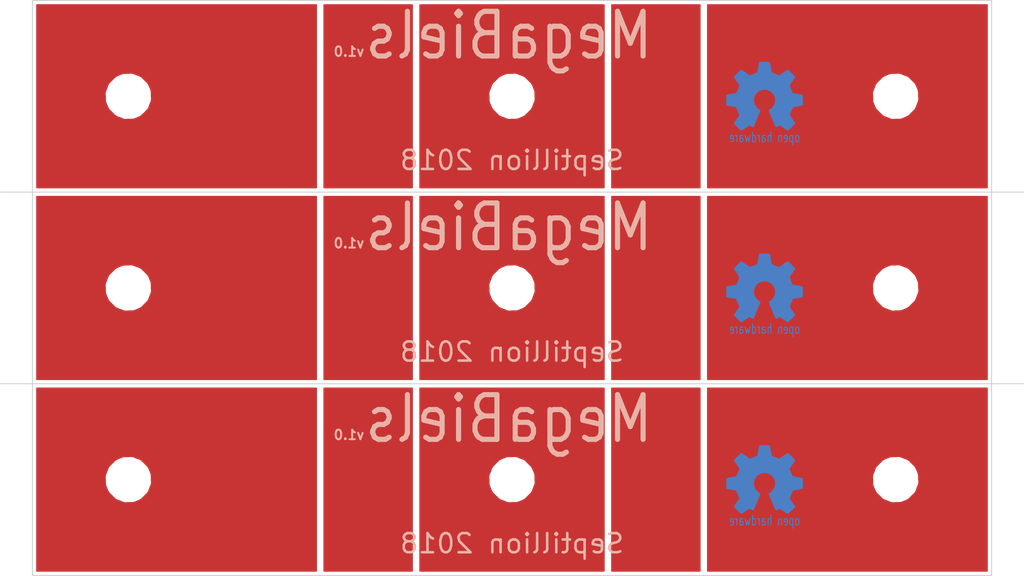
<source format=kicad_pcb>
(kicad_pcb (version 20171130) (host pcbnew "(5.0.0)")

  (general
    (thickness 1.6)
    (drawings 19)
    (tracks 0)
    (zones 0)
    (modules 15)
    (nets 1)
  )

  (page A4)
  (title_block
    (title "MegaBiels (Panalized)")
    (date 2018-09-02)
    (rev v1.0)
    (company "Septillion (Timo Engelgeer)")
  )

  (layers
    (0 F.Cu signal)
    (31 B.Cu signal)
    (32 B.Adhes user)
    (33 F.Adhes user)
    (34 B.Paste user)
    (35 F.Paste user)
    (36 B.SilkS user)
    (37 F.SilkS user)
    (38 B.Mask user)
    (39 F.Mask user)
    (40 Dwgs.User user)
    (41 Cmts.User user)
    (42 Eco1.User user)
    (43 Eco2.User user)
    (44 Edge.Cuts user)
    (45 Margin user)
    (46 B.CrtYd user)
    (47 F.CrtYd user)
    (48 B.Fab user)
    (49 F.Fab user)
  )

  (setup
    (last_trace_width 0.25)
    (trace_clearance 0.2)
    (zone_clearance 0.508)
    (zone_45_only no)
    (trace_min 0.2)
    (segment_width 0.2)
    (edge_width 0.15)
    (via_size 0.6)
    (via_drill 0.4)
    (via_min_size 0.4)
    (via_min_drill 0.3)
    (uvia_size 0.3)
    (uvia_drill 0.1)
    (uvias_allowed no)
    (uvia_min_size 0.2)
    (uvia_min_drill 0.1)
    (pcb_text_width 0.3)
    (pcb_text_size 1.5 1.5)
    (mod_edge_width 0.15)
    (mod_text_size 1 1)
    (mod_text_width 0.15)
    (pad_size 1.524 1.524)
    (pad_drill 0.762)
    (pad_to_mask_clearance 0.2)
    (aux_axis_origin 85 54)
    (visible_elements 7FFFFFFF)
    (pcbplotparams
      (layerselection 0x010f0_ffffffff)
      (usegerberextensions false)
      (usegerberattributes false)
      (usegerberadvancedattributes false)
      (creategerberjobfile false)
      (excludeedgelayer true)
      (linewidth 0.100000)
      (plotframeref false)
      (viasonmask false)
      (mode 1)
      (useauxorigin false)
      (hpglpennumber 1)
      (hpglpenspeed 20)
      (hpglpendiameter 15.000000)
      (psnegative false)
      (psa4output false)
      (plotreference false)
      (plotvalue false)
      (plotinvisibletext false)
      (padsonsilk false)
      (subtractmaskfromsilk false)
      (outputformat 1)
      (mirror false)
      (drillshape 0)
      (scaleselection 1)
      (outputdirectory "gerber/"))
  )

  (net 0 "")

  (net_class Default "This is the default net class."
    (clearance 0.2)
    (trace_width 0.25)
    (via_dia 0.6)
    (via_drill 0.4)
    (uvia_dia 0.3)
    (uvia_drill 0.1)
  )

  (module Mounting_Holes:MountingHole_5mm (layer F.Cu) (tedit 5B54C7AE) (tstamp 5B8C1010)
    (at 220 129)
    (descr "Mounting Hole 5mm, no annular")
    (tags "mounting hole 5mm no annular")
    (attr virtual)
    (fp_text reference REF** (at 0 -6) (layer Dwgs.User)
      (effects (font (size 1 1) (thickness 0.15)))
    )
    (fp_text value MountingHole_6mm (at 0 6) (layer F.Fab) hide
      (effects (font (size 1 1) (thickness 0.15)))
    )
    (fp_text user %R (at 0.3 0) (layer F.Fab)
      (effects (font (size 1 1) (thickness 0.15)))
    )
    (fp_circle (center 0 0) (end 5 0) (layer Cmts.User) (width 0.15))
    (fp_circle (center 0 0) (end 5.25 0) (layer F.CrtYd) (width 0.05))
    (pad "" np_thru_hole circle (at 0 0) (size 6 6) (drill 6) (layers *.Cu *.Mask))
  )

  (module septillio_logo:MaskSquare (layer F.Cu) (tedit 0) (tstamp 5B8C100C)
    (at 160 129)
    (fp_text reference G*** (at 0 0) (layer F.SilkS) hide
      (effects (font (size 1.524 1.524) (thickness 0.3)))
    )
    (fp_text value LOGO (at 0.75 0) (layer F.SilkS) hide
      (effects (font (size 1.524 1.524) (thickness 0.3)))
    )
    (fp_poly (pts (xy 75 15) (xy -75 15) (xy -75 -15) (xy 75 -15)
      (xy 75 15)) (layer F.Mask) (width 0.01))
  )

  (module w_logo:Logo_copper_OSHW_12x13mm (layer B.Cu) (tedit 0) (tstamp 5B8C0F90)
    (at 199.5 129 180)
    (descr "Open Hardware Logo, 12x13mm")
    (fp_text reference G*** (at 0 0 180) (layer B.SilkS) hide
      (effects (font (size 0.5461 0.5461) (thickness 0.10922)) (justify mirror))
    )
    (fp_text value LOGO (at 0 -0.9 180) (layer B.SilkS) hide
      (effects (font (size 0.5461 0.5461) (thickness 0.10922)) (justify mirror))
    )
    (fp_poly (pts (xy -3.63728 -5.38988) (xy -3.57378 -5.35686) (xy -3.43408 -5.26796) (xy -3.23342 -5.13842)
      (xy -2.9972 -4.9784) (xy -2.75844 -4.81838) (xy -2.56286 -4.6863) (xy -2.4257 -4.59994)
      (xy -2.36982 -4.56692) (xy -2.33934 -4.57708) (xy -2.22504 -4.63296) (xy -2.06248 -4.71932)
      (xy -1.96596 -4.76758) (xy -1.8161 -4.83362) (xy -1.74244 -4.84632) (xy -1.72974 -4.826)
      (xy -1.67386 -4.70916) (xy -1.5875 -4.51358) (xy -1.4732 -4.25196) (xy -1.34366 -3.9497)
      (xy -1.2065 -3.6195) (xy -1.0668 -3.28422) (xy -0.93472 -2.96672) (xy -0.81534 -2.6797)
      (xy -0.72136 -2.44602) (xy -0.6604 -2.28346) (xy -0.63754 -2.21234) (xy -0.64516 -2.1971)
      (xy -0.71882 -2.12598) (xy -0.8509 -2.02692) (xy -1.13538 -1.79578) (xy -1.41478 -1.44526)
      (xy -1.58496 -1.04902) (xy -1.64338 -0.60706) (xy -1.59512 -0.19812) (xy -1.43256 0.19558)
      (xy -1.15824 0.54864) (xy -0.8255 0.8128) (xy -0.43688 0.9779) (xy 0 1.03378)
      (xy 0.4191 0.98552) (xy 0.82042 0.82804) (xy 1.17348 0.5588) (xy 1.32334 0.38608)
      (xy 1.52908 0.02794) (xy 1.64592 -0.35814) (xy 1.65862 -0.45466) (xy 1.64084 -0.8763)
      (xy 1.51638 -1.28016) (xy 1.2954 -1.64084) (xy 0.98552 -1.93802) (xy 0.94742 -1.96596)
      (xy 0.80264 -2.07264) (xy 0.70866 -2.1463) (xy 0.63246 -2.20726) (xy 1.1684 -3.50012)
      (xy 1.25476 -3.70586) (xy 1.40208 -4.05638) (xy 1.53162 -4.36118) (xy 1.63576 -4.60502)
      (xy 1.70688 -4.76504) (xy 1.73736 -4.83108) (xy 1.74244 -4.83362) (xy 1.78816 -4.84124)
      (xy 1.88722 -4.80568) (xy 2.06756 -4.71932) (xy 2.18694 -4.65836) (xy 2.3241 -4.59232)
      (xy 2.38506 -4.56692) (xy 2.4384 -4.59486) (xy 2.57048 -4.68122) (xy 2.76098 -4.81076)
      (xy 2.99212 -4.9657) (xy 3.2131 -5.11556) (xy 3.4163 -5.25018) (xy 3.56362 -5.34416)
      (xy 3.63474 -5.38226) (xy 3.6449 -5.38226) (xy 3.7084 -5.3467) (xy 3.82524 -5.25018)
      (xy 4.0005 -5.08254) (xy 4.24942 -4.8387) (xy 4.28752 -4.8006) (xy 4.49326 -4.59232)
      (xy 4.65836 -4.41706) (xy 4.77012 -4.2926) (xy 4.81076 -4.23672) (xy 4.77266 -4.1656)
      (xy 4.68122 -4.01828) (xy 4.5466 -3.81508) (xy 4.38404 -3.57378) (xy 3.95478 -2.95402)
      (xy 4.191 -2.36728) (xy 4.26212 -2.18694) (xy 4.35356 -1.9685) (xy 4.42214 -1.81356)
      (xy 4.4577 -1.74498) (xy 4.5212 -1.72212) (xy 4.68122 -1.68402) (xy 4.9149 -1.63576)
      (xy 5.19176 -1.58496) (xy 5.45592 -1.5367) (xy 5.69468 -1.49098) (xy 5.8674 -1.45796)
      (xy 5.94614 -1.44272) (xy 5.96392 -1.43002) (xy 5.97916 -1.39192) (xy 5.98932 -1.31064)
      (xy 5.9944 -1.16586) (xy 5.99948 -0.93726) (xy 5.99948 -0.60706) (xy 5.99948 -0.5715)
      (xy 5.9944 -0.25654) (xy 5.98932 -0.00508) (xy 5.9817 0.16002) (xy 5.969 0.22606)
      (xy 5.89534 0.24384) (xy 5.72516 0.2794) (xy 5.4864 0.32766) (xy 5.20192 0.381)
      (xy 5.18414 0.38354) (xy 4.89966 0.43942) (xy 4.66344 0.48768) (xy 4.4958 0.52578)
      (xy 4.42722 0.54864) (xy 4.41198 0.56896) (xy 4.35356 0.68072) (xy 4.27228 0.85598)
      (xy 4.1783 1.06934) (xy 4.08686 1.29286) (xy 4.00558 1.49352) (xy 3.95224 1.64338)
      (xy 3.937 1.71196) (xy 3.98018 1.78054) (xy 4.0767 1.92786) (xy 4.2164 2.13106)
      (xy 4.3815 2.37236) (xy 4.3942 2.39268) (xy 4.55676 2.63144) (xy 4.68884 2.83464)
      (xy 4.77774 2.97942) (xy 4.81076 3.04292) (xy 4.81076 3.048) (xy 4.75488 3.11912)
      (xy 4.63296 3.25628) (xy 4.4577 3.43916) (xy 4.24942 3.64998) (xy 4.18084 3.71602)
      (xy 3.9497 3.94462) (xy 3.78714 4.09194) (xy 3.68554 4.17322) (xy 3.63728 4.191)
      (xy 3.63474 4.18846) (xy 3.56362 4.14528) (xy 3.41122 4.04622) (xy 3.20548 3.90652)
      (xy 2.96164 3.74142) (xy 2.9464 3.73126) (xy 2.7051 3.5687) (xy 2.50698 3.43154)
      (xy 2.36474 3.33756) (xy 2.30124 3.302) (xy 2.29108 3.302) (xy 2.19456 3.32994)
      (xy 2.02438 3.38836) (xy 1.81356 3.46964) (xy 1.59258 3.55854) (xy 1.38938 3.6449)
      (xy 1.23952 3.71348) (xy 1.1684 3.75412) (xy 1.16586 3.75666) (xy 1.14046 3.84302)
      (xy 1.09982 4.02336) (xy 1.04648 4.26974) (xy 0.99314 4.56438) (xy 0.98298 4.6101)
      (xy 0.92964 4.89712) (xy 0.88392 5.13334) (xy 0.84836 5.2959) (xy 0.83312 5.36448)
      (xy 0.79248 5.3721) (xy 0.65278 5.38226) (xy 0.43942 5.38988) (xy 0.18034 5.39242)
      (xy -0.09144 5.38988) (xy -0.3556 5.3848) (xy -0.58166 5.37718) (xy -0.74422 5.36448)
      (xy -0.8128 5.35178) (xy -0.81534 5.3467) (xy -0.8382 5.2578) (xy -0.87884 5.08)
      (xy -0.92964 4.83108) (xy -0.98552 4.53644) (xy -0.99568 4.4831) (xy -1.04902 4.19862)
      (xy -1.09728 3.96494) (xy -1.13284 3.80492) (xy -1.15062 3.74142) (xy -1.17602 3.72872)
      (xy -1.29286 3.67538) (xy -1.48336 3.59664) (xy -1.72212 3.50012) (xy -2.27076 3.27914)
      (xy -2.94386 3.74142) (xy -3.00482 3.78206) (xy -3.24866 3.94716) (xy -3.44678 4.07924)
      (xy -3.58648 4.16814) (xy -3.64236 4.20116) (xy -3.64744 4.19862) (xy -3.71602 4.1402)
      (xy -3.8481 4.01574) (xy -4.03098 3.83794) (xy -4.2418 3.62712) (xy -4.39928 3.46964)
      (xy -4.5847 3.28168) (xy -4.70154 3.15468) (xy -4.76758 3.0734) (xy -4.79044 3.0226)
      (xy -4.78282 2.98958) (xy -4.73964 2.921) (xy -4.64058 2.77368) (xy -4.50342 2.56794)
      (xy -4.33832 2.33172) (xy -4.2037 2.13106) (xy -4.05638 1.905) (xy -3.9624 1.74498)
      (xy -3.92938 1.66624) (xy -3.937 1.63322) (xy -3.98526 1.50114) (xy -4.064 1.30048)
      (xy -4.1656 1.06426) (xy -4.39928 0.53086) (xy -4.7498 0.46482) (xy -4.96062 0.42418)
      (xy -5.2578 0.36576) (xy -5.54228 0.31242) (xy -5.98424 0.22606) (xy -5.99948 -1.39954)
      (xy -5.9309 -1.43002) (xy -5.86486 -1.4478) (xy -5.7023 -1.48336) (xy -5.46862 -1.52908)
      (xy -5.19176 -1.58242) (xy -4.95554 -1.6256) (xy -4.71932 -1.67132) (xy -4.54914 -1.70434)
      (xy -4.47294 -1.71958) (xy -4.45516 -1.74498) (xy -4.3942 -1.86182) (xy -4.31038 -2.04216)
      (xy -4.2164 -2.26314) (xy -4.12242 -2.4892) (xy -4.0386 -2.70002) (xy -3.98018 -2.86004)
      (xy -3.95732 -2.94386) (xy -3.99034 -3.00482) (xy -4.07924 -3.14452) (xy -4.21132 -3.34264)
      (xy -4.37134 -3.57886) (xy -4.5339 -3.81508) (xy -4.66852 -4.01574) (xy -4.76504 -4.16052)
      (xy -4.80314 -4.22656) (xy -4.78282 -4.27228) (xy -4.68884 -4.38658) (xy -4.51104 -4.56946)
      (xy -4.24688 -4.83108) (xy -4.2037 -4.87426) (xy -3.99288 -5.07492) (xy -3.81508 -5.24002)
      (xy -3.69316 -5.34924) (xy -3.63728 -5.38988)) (layer B.Cu) (width 0.00254))
    (fp_line (start -5.31 -6.25) (end -5.36 -6.4) (layer B.Cu) (width 0.15))
    (fp_line (start -5.25 -6.17) (end -5.31 -6.25) (layer B.Cu) (width 0.15))
    (fp_line (start -5.17 -6.11) (end -5.25 -6.17) (layer B.Cu) (width 0.15))
    (fp_line (start -5.02 -6.11) (end -5.17 -6.11) (layer B.Cu) (width 0.15))
    (fp_line (start -4.93 -6.18) (end -5.02 -6.11) (layer B.Cu) (width 0.15))
    (fp_line (start -4.88 -6.25) (end -4.93 -6.18) (layer B.Cu) (width 0.15))
    (fp_line (start -4.83 -6.41) (end -4.88 -6.25) (layer B.Cu) (width 0.15))
    (fp_line (start -4.83 -6.82) (end -4.83 -6.41) (layer B.Cu) (width 0.15))
    (fp_line (start -4.88 -6.96) (end -4.83 -6.82) (layer B.Cu) (width 0.15))
    (fp_line (start -4.92 -7.03) (end -4.88 -6.96) (layer B.Cu) (width 0.15))
    (fp_line (start -5.02 -7.11) (end -4.92 -7.03) (layer B.Cu) (width 0.15))
    (fp_line (start -5.16 -7.11) (end -5.02 -7.11) (layer B.Cu) (width 0.15))
    (fp_line (start -5.26 -7.04) (end -5.16 -7.11) (layer B.Cu) (width 0.15))
    (fp_line (start -5.31 -6.95) (end -5.26 -7.04) (layer B.Cu) (width 0.15))
    (fp_line (start -5.36 -6.81) (end -5.31 -6.95) (layer B.Cu) (width 0.15))
    (fp_line (start -5.36 -6.4) (end -5.36 -6.81) (layer B.Cu) (width 0.15))
    (fp_line (start -4.4 -7.03) (end -4.3 -7.1) (layer B.Cu) (width 0.15))
    (fp_line (start -4.12 -7.1) (end -4.02 -7.02) (layer B.Cu) (width 0.15))
    (fp_line (start -4.02 -7.02) (end -3.98 -6.95) (layer B.Cu) (width 0.15))
    (fp_line (start -3.98 -6.95) (end -3.93 -6.81) (layer B.Cu) (width 0.15))
    (fp_line (start -3.93 -6.81) (end -3.93 -6.4) (layer B.Cu) (width 0.15))
    (fp_line (start -3.93 -6.4) (end -3.98 -6.24) (layer B.Cu) (width 0.15))
    (fp_line (start -3.98 -6.24) (end -4.03 -6.17) (layer B.Cu) (width 0.15))
    (fp_line (start -4.03 -6.17) (end -4.12 -6.1) (layer B.Cu) (width 0.15))
    (fp_line (start -4.3 -6.1) (end -4.38 -6.16) (layer B.Cu) (width 0.15))
    (fp_line (start -4.3 -7.1) (end -4.11 -7.1) (layer B.Cu) (width 0.15))
    (fp_line (start -4.3 -6.1) (end -4.12 -6.1) (layer B.Cu) (width 0.15))
    (fp_line (start -4.41 -6.1) (end -4.41 -7.61) (layer B.Cu) (width 0.15))
    (fp_line (start -3.22 -7.11) (end -3.12 -7.04) (layer B.Cu) (width 0.15))
    (fp_line (start -3.4 -7.11) (end -3.22 -7.11) (layer B.Cu) (width 0.15))
    (fp_line (start -3.5 -7.04) (end -3.4 -7.11) (layer B.Cu) (width 0.15))
    (fp_line (start -3.55 -6.9) (end -3.5 -7.04) (layer B.Cu) (width 0.15))
    (fp_line (start -3.55 -6.32) (end -3.55 -6.9) (layer B.Cu) (width 0.15))
    (fp_line (start -3.49 -6.17) (end -3.55 -6.32) (layer B.Cu) (width 0.15))
    (fp_line (start -3.39 -6.1) (end -3.49 -6.17) (layer B.Cu) (width 0.15))
    (fp_line (start -3.22 -6.1) (end -3.39 -6.1) (layer B.Cu) (width 0.15))
    (fp_line (start -3.12 -6.19) (end -3.22 -6.1) (layer B.Cu) (width 0.15))
    (fp_line (start -3.07 -6.32) (end -3.12 -6.19) (layer B.Cu) (width 0.15))
    (fp_line (start -3.07 -6.59) (end -3.07 -6.32) (layer B.Cu) (width 0.15))
    (fp_line (start -3.55 -6.59) (end -3.07 -6.59) (layer B.Cu) (width 0.15))
    (fp_line (start -2.64 -6.11) (end -2.64 -7.11) (layer B.Cu) (width 0.15))
    (fp_line (start -2.58 -6.17) (end -2.64 -6.24) (layer B.Cu) (width 0.15))
    (fp_line (start -2.5 -6.11) (end -2.58 -6.17) (layer B.Cu) (width 0.15))
    (fp_line (start -2.36 -6.11) (end -2.5 -6.11) (layer B.Cu) (width 0.15))
    (fp_line (start -2.26 -6.18) (end -2.36 -6.11) (layer B.Cu) (width 0.15))
    (fp_line (start -2.21 -6.33) (end -2.26 -6.18) (layer B.Cu) (width 0.15))
    (fp_line (start -2.21 -7.11) (end -2.21 -6.33) (layer B.Cu) (width 0.15))
    (fp_line (start -0.55 -7.11) (end -0.55 -6.33) (layer B.Cu) (width 0.15))
    (fp_line (start -0.55 -6.33) (end -0.6 -6.18) (layer B.Cu) (width 0.15))
    (fp_line (start -0.6 -6.18) (end -0.7 -6.11) (layer B.Cu) (width 0.15))
    (fp_line (start -0.7 -6.11) (end -0.84 -6.11) (layer B.Cu) (width 0.15))
    (fp_line (start -0.84 -6.11) (end -0.92 -6.17) (layer B.Cu) (width 0.15))
    (fp_line (start -0.92 -6.17) (end -0.98 -6.24) (layer B.Cu) (width 0.15))
    (fp_line (start -0.98 -7.11) (end -0.98 -5.61) (layer B.Cu) (width 0.15))
    (fp_line (start 0.36 -6.32) (end 0.36 -7.11) (layer B.Cu) (width 0.15))
    (fp_line (start 0.3 -6.17) (end 0.36 -6.32) (layer B.Cu) (width 0.15))
    (fp_line (start 0.21 -6.1) (end 0.3 -6.17) (layer B.Cu) (width 0.15))
    (fp_line (start 0.03 -6.1) (end 0.21 -6.1) (layer B.Cu) (width 0.15))
    (fp_line (start -0.08 -6.18) (end 0.03 -6.1) (layer B.Cu) (width 0.15))
    (fp_line (start -0.12 -6.88) (end -0.08 -7.02) (layer B.Cu) (width 0.15))
    (fp_line (start -0.12 -6.75) (end -0.12 -6.88) (layer B.Cu) (width 0.15))
    (fp_line (start -0.07 -6.61) (end -0.12 -6.75) (layer B.Cu) (width 0.15))
    (fp_line (start 0.03 -6.53) (end -0.07 -6.61) (layer B.Cu) (width 0.15))
    (fp_line (start 0.27 -6.53) (end 0.03 -6.53) (layer B.Cu) (width 0.15))
    (fp_line (start 0.36 -6.46) (end 0.27 -6.53) (layer B.Cu) (width 0.15))
    (fp_line (start 0.26 -7.11) (end 0.36 -7.03) (layer B.Cu) (width 0.15))
    (fp_line (start 0.03 -7.11) (end 0.26 -7.11) (layer B.Cu) (width 0.15))
    (fp_line (start -0.08 -7.02) (end 0.03 -7.11) (layer B.Cu) (width 0.15))
    (fp_line (start 3.4 -7.02) (end 3.51 -7.11) (layer B.Cu) (width 0.15))
    (fp_line (start 3.51 -7.11) (end 3.74 -7.11) (layer B.Cu) (width 0.15))
    (fp_line (start 3.74 -7.11) (end 3.84 -7.03) (layer B.Cu) (width 0.15))
    (fp_line (start 3.84 -6.46) (end 3.75 -6.53) (layer B.Cu) (width 0.15))
    (fp_line (start 3.75 -6.53) (end 3.51 -6.53) (layer B.Cu) (width 0.15))
    (fp_line (start 3.51 -6.53) (end 3.41 -6.61) (layer B.Cu) (width 0.15))
    (fp_line (start 3.41 -6.61) (end 3.36 -6.75) (layer B.Cu) (width 0.15))
    (fp_line (start 3.36 -6.75) (end 3.36 -6.88) (layer B.Cu) (width 0.15))
    (fp_line (start 3.36 -6.88) (end 3.4 -7.02) (layer B.Cu) (width 0.15))
    (fp_line (start 3.4 -6.18) (end 3.51 -6.1) (layer B.Cu) (width 0.15))
    (fp_line (start 3.51 -6.1) (end 3.69 -6.1) (layer B.Cu) (width 0.15))
    (fp_line (start 3.69 -6.1) (end 3.78 -6.17) (layer B.Cu) (width 0.15))
    (fp_line (start 3.78 -6.17) (end 3.84 -6.32) (layer B.Cu) (width 0.15))
    (fp_line (start 3.84 -6.32) (end 3.84 -7.11) (layer B.Cu) (width 0.15))
    (fp_line (start 0.83 -6.11) (end 0.83 -7.11) (layer B.Cu) (width 0.15))
    (fp_line (start 0.88 -6.25) (end 0.83 -6.42) (layer B.Cu) (width 0.15))
    (fp_line (start 0.92 -6.19) (end 0.88 -6.25) (layer B.Cu) (width 0.15))
    (fp_line (start 1.02 -6.11) (end 0.92 -6.19) (layer B.Cu) (width 0.15))
    (fp_line (start 1.13 -6.11) (end 1.02 -6.11) (layer B.Cu) (width 0.15))
    (fp_line (start 1.88 -5.61) (end 1.88 -7.11) (layer B.Cu) (width 0.15))
    (fp_line (start 1.78 -6.11) (end 1.88 -6.19) (layer B.Cu) (width 0.15))
    (fp_line (start 1.6 -6.11) (end 1.78 -6.11) (layer B.Cu) (width 0.15))
    (fp_line (start 1.52 -6.16) (end 1.6 -6.11) (layer B.Cu) (width 0.15))
    (fp_line (start 1.45 -6.25) (end 1.52 -6.16) (layer B.Cu) (width 0.15))
    (fp_line (start 1.4 -6.4) (end 1.45 -6.25) (layer B.Cu) (width 0.15))
    (fp_line (start 1.4 -6.82) (end 1.4 -6.4) (layer B.Cu) (width 0.15))
    (fp_line (start 1.46 -6.98) (end 1.4 -6.82) (layer B.Cu) (width 0.15))
    (fp_line (start 1.53 -7.06) (end 1.46 -6.98) (layer B.Cu) (width 0.15))
    (fp_line (start 1.6 -7.11) (end 1.53 -7.06) (layer B.Cu) (width 0.15))
    (fp_line (start 1.79 -7.11) (end 1.6 -7.11) (layer B.Cu) (width 0.15))
    (fp_line (start 1.88 -7.03) (end 1.79 -7.11) (layer B.Cu) (width 0.15))
    (fp_line (start 2.83 -7.11) (end 3.03 -6.1) (layer B.Cu) (width 0.15))
    (fp_line (start 2.64 -6.39) (end 2.83 -7.11) (layer B.Cu) (width 0.15))
    (fp_line (start 2.45 -7.11) (end 2.64 -6.39) (layer B.Cu) (width 0.15))
    (fp_line (start 2.26 -6.1) (end 2.45 -7.11) (layer B.Cu) (width 0.15))
    (fp_line (start 4.61 -6.11) (end 4.5 -6.11) (layer B.Cu) (width 0.15))
    (fp_line (start 4.5 -6.11) (end 4.4 -6.19) (layer B.Cu) (width 0.15))
    (fp_line (start 4.4 -6.19) (end 4.36 -6.25) (layer B.Cu) (width 0.15))
    (fp_line (start 4.36 -6.25) (end 4.31 -6.42) (layer B.Cu) (width 0.15))
    (fp_line (start 4.31 -6.11) (end 4.31 -7.11) (layer B.Cu) (width 0.15))
    (fp_line (start 4.88 -6.59) (end 5.36 -6.59) (layer B.Cu) (width 0.15))
    (fp_line (start 5.36 -6.59) (end 5.36 -6.32) (layer B.Cu) (width 0.15))
    (fp_line (start 5.36 -6.32) (end 5.31 -6.19) (layer B.Cu) (width 0.15))
    (fp_line (start 5.31 -6.19) (end 5.21 -6.1) (layer B.Cu) (width 0.15))
    (fp_line (start 5.21 -6.1) (end 5.04 -6.1) (layer B.Cu) (width 0.15))
    (fp_line (start 5.04 -6.1) (end 4.94 -6.17) (layer B.Cu) (width 0.15))
    (fp_line (start 4.94 -6.17) (end 4.88 -6.32) (layer B.Cu) (width 0.15))
    (fp_line (start 4.88 -6.32) (end 4.88 -6.9) (layer B.Cu) (width 0.15))
    (fp_line (start 4.88 -6.9) (end 4.93 -7.04) (layer B.Cu) (width 0.15))
    (fp_line (start 4.93 -7.04) (end 5.03 -7.11) (layer B.Cu) (width 0.15))
    (fp_line (start 5.03 -7.11) (end 5.21 -7.11) (layer B.Cu) (width 0.15))
    (fp_line (start 5.21 -7.11) (end 5.31 -7.04) (layer B.Cu) (width 0.15))
  )

  (module Mounting_Holes:MountingHole_5mm (layer F.Cu) (tedit 5B54C7A9) (tstamp 5B8C0F89)
    (at 100 129)
    (descr "Mounting Hole 5mm, no annular")
    (tags "mounting hole 5mm no annular")
    (attr virtual)
    (fp_text reference REF** (at 0 -6) (layer Dwgs.User)
      (effects (font (size 1 1) (thickness 0.15)))
    )
    (fp_text value MountingHole_6mm (at 0 6) (layer F.Fab) hide
      (effects (font (size 1 1) (thickness 0.15)))
    )
    (fp_text user %R (at 0.3 0) (layer F.Fab)
      (effects (font (size 1 1) (thickness 0.15)))
    )
    (fp_circle (center 0 0) (end 5 0) (layer Cmts.User) (width 0.15))
    (fp_circle (center 0 0) (end 5.25 0) (layer F.CrtYd) (width 0.05))
    (pad "" np_thru_hole circle (at 0 0) (size 6 6) (drill 6) (layers *.Cu *.Mask))
  )

  (module Mounting_Holes:MountingHole_5mm (layer F.Cu) (tedit 5B54C79D) (tstamp 5B8C0F82)
    (at 160 129)
    (descr "Mounting Hole 5mm, no annular")
    (tags "mounting hole 5mm no annular")
    (attr virtual)
    (fp_text reference REF** (at 0 -6) (layer Dwgs.User)
      (effects (font (size 1 1) (thickness 0.15)))
    )
    (fp_text value MountingHole_6mm (at 0 6) (layer F.Fab) hide
      (effects (font (size 1 1) (thickness 0.15)))
    )
    (fp_text user %R (at 0.3 0) (layer F.Fab)
      (effects (font (size 1 1) (thickness 0.15)))
    )
    (fp_circle (center 0 0) (end 5 0) (layer Cmts.User) (width 0.15))
    (fp_circle (center 0 0) (end 5.25 0) (layer F.CrtYd) (width 0.05))
    (pad "" np_thru_hole circle (at 0 0) (size 6 6) (drill 6) (layers *.Cu *.Mask))
  )

  (module septillio_logo:MaskSquare (layer F.Cu) (tedit 0) (tstamp 5B8C0202)
    (at 160 99)
    (fp_text reference G*** (at 0 0) (layer F.SilkS) hide
      (effects (font (size 1.524 1.524) (thickness 0.3)))
    )
    (fp_text value LOGO (at 0.75 0) (layer F.SilkS) hide
      (effects (font (size 1.524 1.524) (thickness 0.3)))
    )
    (fp_poly (pts (xy 75 15) (xy -75 15) (xy -75 -15) (xy 75 -15)
      (xy 75 15)) (layer F.Mask) (width 0.01))
  )

  (module w_logo:Logo_copper_OSHW_12x13mm (layer B.Cu) (tedit 0) (tstamp 5B8C0E4E)
    (at 199.5 99 180)
    (descr "Open Hardware Logo, 12x13mm")
    (fp_text reference G*** (at 0 0 180) (layer B.SilkS) hide
      (effects (font (size 0.5461 0.5461) (thickness 0.10922)) (justify mirror))
    )
    (fp_text value LOGO (at 0 -0.9 180) (layer B.SilkS) hide
      (effects (font (size 0.5461 0.5461) (thickness 0.10922)) (justify mirror))
    )
    (fp_line (start 5.21 -7.11) (end 5.31 -7.04) (layer B.Cu) (width 0.15))
    (fp_line (start 5.03 -7.11) (end 5.21 -7.11) (layer B.Cu) (width 0.15))
    (fp_line (start 4.93 -7.04) (end 5.03 -7.11) (layer B.Cu) (width 0.15))
    (fp_line (start 4.88 -6.9) (end 4.93 -7.04) (layer B.Cu) (width 0.15))
    (fp_line (start 4.88 -6.32) (end 4.88 -6.9) (layer B.Cu) (width 0.15))
    (fp_line (start 4.94 -6.17) (end 4.88 -6.32) (layer B.Cu) (width 0.15))
    (fp_line (start 5.04 -6.1) (end 4.94 -6.17) (layer B.Cu) (width 0.15))
    (fp_line (start 5.21 -6.1) (end 5.04 -6.1) (layer B.Cu) (width 0.15))
    (fp_line (start 5.31 -6.19) (end 5.21 -6.1) (layer B.Cu) (width 0.15))
    (fp_line (start 5.36 -6.32) (end 5.31 -6.19) (layer B.Cu) (width 0.15))
    (fp_line (start 5.36 -6.59) (end 5.36 -6.32) (layer B.Cu) (width 0.15))
    (fp_line (start 4.88 -6.59) (end 5.36 -6.59) (layer B.Cu) (width 0.15))
    (fp_line (start 4.31 -6.11) (end 4.31 -7.11) (layer B.Cu) (width 0.15))
    (fp_line (start 4.36 -6.25) (end 4.31 -6.42) (layer B.Cu) (width 0.15))
    (fp_line (start 4.4 -6.19) (end 4.36 -6.25) (layer B.Cu) (width 0.15))
    (fp_line (start 4.5 -6.11) (end 4.4 -6.19) (layer B.Cu) (width 0.15))
    (fp_line (start 4.61 -6.11) (end 4.5 -6.11) (layer B.Cu) (width 0.15))
    (fp_line (start 2.26 -6.1) (end 2.45 -7.11) (layer B.Cu) (width 0.15))
    (fp_line (start 2.45 -7.11) (end 2.64 -6.39) (layer B.Cu) (width 0.15))
    (fp_line (start 2.64 -6.39) (end 2.83 -7.11) (layer B.Cu) (width 0.15))
    (fp_line (start 2.83 -7.11) (end 3.03 -6.1) (layer B.Cu) (width 0.15))
    (fp_line (start 1.88 -7.03) (end 1.79 -7.11) (layer B.Cu) (width 0.15))
    (fp_line (start 1.79 -7.11) (end 1.6 -7.11) (layer B.Cu) (width 0.15))
    (fp_line (start 1.6 -7.11) (end 1.53 -7.06) (layer B.Cu) (width 0.15))
    (fp_line (start 1.53 -7.06) (end 1.46 -6.98) (layer B.Cu) (width 0.15))
    (fp_line (start 1.46 -6.98) (end 1.4 -6.82) (layer B.Cu) (width 0.15))
    (fp_line (start 1.4 -6.82) (end 1.4 -6.4) (layer B.Cu) (width 0.15))
    (fp_line (start 1.4 -6.4) (end 1.45 -6.25) (layer B.Cu) (width 0.15))
    (fp_line (start 1.45 -6.25) (end 1.52 -6.16) (layer B.Cu) (width 0.15))
    (fp_line (start 1.52 -6.16) (end 1.6 -6.11) (layer B.Cu) (width 0.15))
    (fp_line (start 1.6 -6.11) (end 1.78 -6.11) (layer B.Cu) (width 0.15))
    (fp_line (start 1.78 -6.11) (end 1.88 -6.19) (layer B.Cu) (width 0.15))
    (fp_line (start 1.88 -5.61) (end 1.88 -7.11) (layer B.Cu) (width 0.15))
    (fp_line (start 1.13 -6.11) (end 1.02 -6.11) (layer B.Cu) (width 0.15))
    (fp_line (start 1.02 -6.11) (end 0.92 -6.19) (layer B.Cu) (width 0.15))
    (fp_line (start 0.92 -6.19) (end 0.88 -6.25) (layer B.Cu) (width 0.15))
    (fp_line (start 0.88 -6.25) (end 0.83 -6.42) (layer B.Cu) (width 0.15))
    (fp_line (start 0.83 -6.11) (end 0.83 -7.11) (layer B.Cu) (width 0.15))
    (fp_line (start 3.84 -6.32) (end 3.84 -7.11) (layer B.Cu) (width 0.15))
    (fp_line (start 3.78 -6.17) (end 3.84 -6.32) (layer B.Cu) (width 0.15))
    (fp_line (start 3.69 -6.1) (end 3.78 -6.17) (layer B.Cu) (width 0.15))
    (fp_line (start 3.51 -6.1) (end 3.69 -6.1) (layer B.Cu) (width 0.15))
    (fp_line (start 3.4 -6.18) (end 3.51 -6.1) (layer B.Cu) (width 0.15))
    (fp_line (start 3.36 -6.88) (end 3.4 -7.02) (layer B.Cu) (width 0.15))
    (fp_line (start 3.36 -6.75) (end 3.36 -6.88) (layer B.Cu) (width 0.15))
    (fp_line (start 3.41 -6.61) (end 3.36 -6.75) (layer B.Cu) (width 0.15))
    (fp_line (start 3.51 -6.53) (end 3.41 -6.61) (layer B.Cu) (width 0.15))
    (fp_line (start 3.75 -6.53) (end 3.51 -6.53) (layer B.Cu) (width 0.15))
    (fp_line (start 3.84 -6.46) (end 3.75 -6.53) (layer B.Cu) (width 0.15))
    (fp_line (start 3.74 -7.11) (end 3.84 -7.03) (layer B.Cu) (width 0.15))
    (fp_line (start 3.51 -7.11) (end 3.74 -7.11) (layer B.Cu) (width 0.15))
    (fp_line (start 3.4 -7.02) (end 3.51 -7.11) (layer B.Cu) (width 0.15))
    (fp_line (start -0.08 -7.02) (end 0.03 -7.11) (layer B.Cu) (width 0.15))
    (fp_line (start 0.03 -7.11) (end 0.26 -7.11) (layer B.Cu) (width 0.15))
    (fp_line (start 0.26 -7.11) (end 0.36 -7.03) (layer B.Cu) (width 0.15))
    (fp_line (start 0.36 -6.46) (end 0.27 -6.53) (layer B.Cu) (width 0.15))
    (fp_line (start 0.27 -6.53) (end 0.03 -6.53) (layer B.Cu) (width 0.15))
    (fp_line (start 0.03 -6.53) (end -0.07 -6.61) (layer B.Cu) (width 0.15))
    (fp_line (start -0.07 -6.61) (end -0.12 -6.75) (layer B.Cu) (width 0.15))
    (fp_line (start -0.12 -6.75) (end -0.12 -6.88) (layer B.Cu) (width 0.15))
    (fp_line (start -0.12 -6.88) (end -0.08 -7.02) (layer B.Cu) (width 0.15))
    (fp_line (start -0.08 -6.18) (end 0.03 -6.1) (layer B.Cu) (width 0.15))
    (fp_line (start 0.03 -6.1) (end 0.21 -6.1) (layer B.Cu) (width 0.15))
    (fp_line (start 0.21 -6.1) (end 0.3 -6.17) (layer B.Cu) (width 0.15))
    (fp_line (start 0.3 -6.17) (end 0.36 -6.32) (layer B.Cu) (width 0.15))
    (fp_line (start 0.36 -6.32) (end 0.36 -7.11) (layer B.Cu) (width 0.15))
    (fp_line (start -0.98 -7.11) (end -0.98 -5.61) (layer B.Cu) (width 0.15))
    (fp_line (start -0.92 -6.17) (end -0.98 -6.24) (layer B.Cu) (width 0.15))
    (fp_line (start -0.84 -6.11) (end -0.92 -6.17) (layer B.Cu) (width 0.15))
    (fp_line (start -0.7 -6.11) (end -0.84 -6.11) (layer B.Cu) (width 0.15))
    (fp_line (start -0.6 -6.18) (end -0.7 -6.11) (layer B.Cu) (width 0.15))
    (fp_line (start -0.55 -6.33) (end -0.6 -6.18) (layer B.Cu) (width 0.15))
    (fp_line (start -0.55 -7.11) (end -0.55 -6.33) (layer B.Cu) (width 0.15))
    (fp_line (start -2.21 -7.11) (end -2.21 -6.33) (layer B.Cu) (width 0.15))
    (fp_line (start -2.21 -6.33) (end -2.26 -6.18) (layer B.Cu) (width 0.15))
    (fp_line (start -2.26 -6.18) (end -2.36 -6.11) (layer B.Cu) (width 0.15))
    (fp_line (start -2.36 -6.11) (end -2.5 -6.11) (layer B.Cu) (width 0.15))
    (fp_line (start -2.5 -6.11) (end -2.58 -6.17) (layer B.Cu) (width 0.15))
    (fp_line (start -2.58 -6.17) (end -2.64 -6.24) (layer B.Cu) (width 0.15))
    (fp_line (start -2.64 -6.11) (end -2.64 -7.11) (layer B.Cu) (width 0.15))
    (fp_line (start -3.55 -6.59) (end -3.07 -6.59) (layer B.Cu) (width 0.15))
    (fp_line (start -3.07 -6.59) (end -3.07 -6.32) (layer B.Cu) (width 0.15))
    (fp_line (start -3.07 -6.32) (end -3.12 -6.19) (layer B.Cu) (width 0.15))
    (fp_line (start -3.12 -6.19) (end -3.22 -6.1) (layer B.Cu) (width 0.15))
    (fp_line (start -3.22 -6.1) (end -3.39 -6.1) (layer B.Cu) (width 0.15))
    (fp_line (start -3.39 -6.1) (end -3.49 -6.17) (layer B.Cu) (width 0.15))
    (fp_line (start -3.49 -6.17) (end -3.55 -6.32) (layer B.Cu) (width 0.15))
    (fp_line (start -3.55 -6.32) (end -3.55 -6.9) (layer B.Cu) (width 0.15))
    (fp_line (start -3.55 -6.9) (end -3.5 -7.04) (layer B.Cu) (width 0.15))
    (fp_line (start -3.5 -7.04) (end -3.4 -7.11) (layer B.Cu) (width 0.15))
    (fp_line (start -3.4 -7.11) (end -3.22 -7.11) (layer B.Cu) (width 0.15))
    (fp_line (start -3.22 -7.11) (end -3.12 -7.04) (layer B.Cu) (width 0.15))
    (fp_line (start -4.41 -6.1) (end -4.41 -7.61) (layer B.Cu) (width 0.15))
    (fp_line (start -4.3 -6.1) (end -4.12 -6.1) (layer B.Cu) (width 0.15))
    (fp_line (start -4.3 -7.1) (end -4.11 -7.1) (layer B.Cu) (width 0.15))
    (fp_line (start -4.3 -6.1) (end -4.38 -6.16) (layer B.Cu) (width 0.15))
    (fp_line (start -4.03 -6.17) (end -4.12 -6.1) (layer B.Cu) (width 0.15))
    (fp_line (start -3.98 -6.24) (end -4.03 -6.17) (layer B.Cu) (width 0.15))
    (fp_line (start -3.93 -6.4) (end -3.98 -6.24) (layer B.Cu) (width 0.15))
    (fp_line (start -3.93 -6.81) (end -3.93 -6.4) (layer B.Cu) (width 0.15))
    (fp_line (start -3.98 -6.95) (end -3.93 -6.81) (layer B.Cu) (width 0.15))
    (fp_line (start -4.02 -7.02) (end -3.98 -6.95) (layer B.Cu) (width 0.15))
    (fp_line (start -4.12 -7.1) (end -4.02 -7.02) (layer B.Cu) (width 0.15))
    (fp_line (start -4.4 -7.03) (end -4.3 -7.1) (layer B.Cu) (width 0.15))
    (fp_line (start -5.36 -6.4) (end -5.36 -6.81) (layer B.Cu) (width 0.15))
    (fp_line (start -5.36 -6.81) (end -5.31 -6.95) (layer B.Cu) (width 0.15))
    (fp_line (start -5.31 -6.95) (end -5.26 -7.04) (layer B.Cu) (width 0.15))
    (fp_line (start -5.26 -7.04) (end -5.16 -7.11) (layer B.Cu) (width 0.15))
    (fp_line (start -5.16 -7.11) (end -5.02 -7.11) (layer B.Cu) (width 0.15))
    (fp_line (start -5.02 -7.11) (end -4.92 -7.03) (layer B.Cu) (width 0.15))
    (fp_line (start -4.92 -7.03) (end -4.88 -6.96) (layer B.Cu) (width 0.15))
    (fp_line (start -4.88 -6.96) (end -4.83 -6.82) (layer B.Cu) (width 0.15))
    (fp_line (start -4.83 -6.82) (end -4.83 -6.41) (layer B.Cu) (width 0.15))
    (fp_line (start -4.83 -6.41) (end -4.88 -6.25) (layer B.Cu) (width 0.15))
    (fp_line (start -4.88 -6.25) (end -4.93 -6.18) (layer B.Cu) (width 0.15))
    (fp_line (start -4.93 -6.18) (end -5.02 -6.11) (layer B.Cu) (width 0.15))
    (fp_line (start -5.02 -6.11) (end -5.17 -6.11) (layer B.Cu) (width 0.15))
    (fp_line (start -5.17 -6.11) (end -5.25 -6.17) (layer B.Cu) (width 0.15))
    (fp_line (start -5.25 -6.17) (end -5.31 -6.25) (layer B.Cu) (width 0.15))
    (fp_line (start -5.31 -6.25) (end -5.36 -6.4) (layer B.Cu) (width 0.15))
    (fp_poly (pts (xy -3.63728 -5.38988) (xy -3.57378 -5.35686) (xy -3.43408 -5.26796) (xy -3.23342 -5.13842)
      (xy -2.9972 -4.9784) (xy -2.75844 -4.81838) (xy -2.56286 -4.6863) (xy -2.4257 -4.59994)
      (xy -2.36982 -4.56692) (xy -2.33934 -4.57708) (xy -2.22504 -4.63296) (xy -2.06248 -4.71932)
      (xy -1.96596 -4.76758) (xy -1.8161 -4.83362) (xy -1.74244 -4.84632) (xy -1.72974 -4.826)
      (xy -1.67386 -4.70916) (xy -1.5875 -4.51358) (xy -1.4732 -4.25196) (xy -1.34366 -3.9497)
      (xy -1.2065 -3.6195) (xy -1.0668 -3.28422) (xy -0.93472 -2.96672) (xy -0.81534 -2.6797)
      (xy -0.72136 -2.44602) (xy -0.6604 -2.28346) (xy -0.63754 -2.21234) (xy -0.64516 -2.1971)
      (xy -0.71882 -2.12598) (xy -0.8509 -2.02692) (xy -1.13538 -1.79578) (xy -1.41478 -1.44526)
      (xy -1.58496 -1.04902) (xy -1.64338 -0.60706) (xy -1.59512 -0.19812) (xy -1.43256 0.19558)
      (xy -1.15824 0.54864) (xy -0.8255 0.8128) (xy -0.43688 0.9779) (xy 0 1.03378)
      (xy 0.4191 0.98552) (xy 0.82042 0.82804) (xy 1.17348 0.5588) (xy 1.32334 0.38608)
      (xy 1.52908 0.02794) (xy 1.64592 -0.35814) (xy 1.65862 -0.45466) (xy 1.64084 -0.8763)
      (xy 1.51638 -1.28016) (xy 1.2954 -1.64084) (xy 0.98552 -1.93802) (xy 0.94742 -1.96596)
      (xy 0.80264 -2.07264) (xy 0.70866 -2.1463) (xy 0.63246 -2.20726) (xy 1.1684 -3.50012)
      (xy 1.25476 -3.70586) (xy 1.40208 -4.05638) (xy 1.53162 -4.36118) (xy 1.63576 -4.60502)
      (xy 1.70688 -4.76504) (xy 1.73736 -4.83108) (xy 1.74244 -4.83362) (xy 1.78816 -4.84124)
      (xy 1.88722 -4.80568) (xy 2.06756 -4.71932) (xy 2.18694 -4.65836) (xy 2.3241 -4.59232)
      (xy 2.38506 -4.56692) (xy 2.4384 -4.59486) (xy 2.57048 -4.68122) (xy 2.76098 -4.81076)
      (xy 2.99212 -4.9657) (xy 3.2131 -5.11556) (xy 3.4163 -5.25018) (xy 3.56362 -5.34416)
      (xy 3.63474 -5.38226) (xy 3.6449 -5.38226) (xy 3.7084 -5.3467) (xy 3.82524 -5.25018)
      (xy 4.0005 -5.08254) (xy 4.24942 -4.8387) (xy 4.28752 -4.8006) (xy 4.49326 -4.59232)
      (xy 4.65836 -4.41706) (xy 4.77012 -4.2926) (xy 4.81076 -4.23672) (xy 4.77266 -4.1656)
      (xy 4.68122 -4.01828) (xy 4.5466 -3.81508) (xy 4.38404 -3.57378) (xy 3.95478 -2.95402)
      (xy 4.191 -2.36728) (xy 4.26212 -2.18694) (xy 4.35356 -1.9685) (xy 4.42214 -1.81356)
      (xy 4.4577 -1.74498) (xy 4.5212 -1.72212) (xy 4.68122 -1.68402) (xy 4.9149 -1.63576)
      (xy 5.19176 -1.58496) (xy 5.45592 -1.5367) (xy 5.69468 -1.49098) (xy 5.8674 -1.45796)
      (xy 5.94614 -1.44272) (xy 5.96392 -1.43002) (xy 5.97916 -1.39192) (xy 5.98932 -1.31064)
      (xy 5.9944 -1.16586) (xy 5.99948 -0.93726) (xy 5.99948 -0.60706) (xy 5.99948 -0.5715)
      (xy 5.9944 -0.25654) (xy 5.98932 -0.00508) (xy 5.9817 0.16002) (xy 5.969 0.22606)
      (xy 5.89534 0.24384) (xy 5.72516 0.2794) (xy 5.4864 0.32766) (xy 5.20192 0.381)
      (xy 5.18414 0.38354) (xy 4.89966 0.43942) (xy 4.66344 0.48768) (xy 4.4958 0.52578)
      (xy 4.42722 0.54864) (xy 4.41198 0.56896) (xy 4.35356 0.68072) (xy 4.27228 0.85598)
      (xy 4.1783 1.06934) (xy 4.08686 1.29286) (xy 4.00558 1.49352) (xy 3.95224 1.64338)
      (xy 3.937 1.71196) (xy 3.98018 1.78054) (xy 4.0767 1.92786) (xy 4.2164 2.13106)
      (xy 4.3815 2.37236) (xy 4.3942 2.39268) (xy 4.55676 2.63144) (xy 4.68884 2.83464)
      (xy 4.77774 2.97942) (xy 4.81076 3.04292) (xy 4.81076 3.048) (xy 4.75488 3.11912)
      (xy 4.63296 3.25628) (xy 4.4577 3.43916) (xy 4.24942 3.64998) (xy 4.18084 3.71602)
      (xy 3.9497 3.94462) (xy 3.78714 4.09194) (xy 3.68554 4.17322) (xy 3.63728 4.191)
      (xy 3.63474 4.18846) (xy 3.56362 4.14528) (xy 3.41122 4.04622) (xy 3.20548 3.90652)
      (xy 2.96164 3.74142) (xy 2.9464 3.73126) (xy 2.7051 3.5687) (xy 2.50698 3.43154)
      (xy 2.36474 3.33756) (xy 2.30124 3.302) (xy 2.29108 3.302) (xy 2.19456 3.32994)
      (xy 2.02438 3.38836) (xy 1.81356 3.46964) (xy 1.59258 3.55854) (xy 1.38938 3.6449)
      (xy 1.23952 3.71348) (xy 1.1684 3.75412) (xy 1.16586 3.75666) (xy 1.14046 3.84302)
      (xy 1.09982 4.02336) (xy 1.04648 4.26974) (xy 0.99314 4.56438) (xy 0.98298 4.6101)
      (xy 0.92964 4.89712) (xy 0.88392 5.13334) (xy 0.84836 5.2959) (xy 0.83312 5.36448)
      (xy 0.79248 5.3721) (xy 0.65278 5.38226) (xy 0.43942 5.38988) (xy 0.18034 5.39242)
      (xy -0.09144 5.38988) (xy -0.3556 5.3848) (xy -0.58166 5.37718) (xy -0.74422 5.36448)
      (xy -0.8128 5.35178) (xy -0.81534 5.3467) (xy -0.8382 5.2578) (xy -0.87884 5.08)
      (xy -0.92964 4.83108) (xy -0.98552 4.53644) (xy -0.99568 4.4831) (xy -1.04902 4.19862)
      (xy -1.09728 3.96494) (xy -1.13284 3.80492) (xy -1.15062 3.74142) (xy -1.17602 3.72872)
      (xy -1.29286 3.67538) (xy -1.48336 3.59664) (xy -1.72212 3.50012) (xy -2.27076 3.27914)
      (xy -2.94386 3.74142) (xy -3.00482 3.78206) (xy -3.24866 3.94716) (xy -3.44678 4.07924)
      (xy -3.58648 4.16814) (xy -3.64236 4.20116) (xy -3.64744 4.19862) (xy -3.71602 4.1402)
      (xy -3.8481 4.01574) (xy -4.03098 3.83794) (xy -4.2418 3.62712) (xy -4.39928 3.46964)
      (xy -4.5847 3.28168) (xy -4.70154 3.15468) (xy -4.76758 3.0734) (xy -4.79044 3.0226)
      (xy -4.78282 2.98958) (xy -4.73964 2.921) (xy -4.64058 2.77368) (xy -4.50342 2.56794)
      (xy -4.33832 2.33172) (xy -4.2037 2.13106) (xy -4.05638 1.905) (xy -3.9624 1.74498)
      (xy -3.92938 1.66624) (xy -3.937 1.63322) (xy -3.98526 1.50114) (xy -4.064 1.30048)
      (xy -4.1656 1.06426) (xy -4.39928 0.53086) (xy -4.7498 0.46482) (xy -4.96062 0.42418)
      (xy -5.2578 0.36576) (xy -5.54228 0.31242) (xy -5.98424 0.22606) (xy -5.99948 -1.39954)
      (xy -5.9309 -1.43002) (xy -5.86486 -1.4478) (xy -5.7023 -1.48336) (xy -5.46862 -1.52908)
      (xy -5.19176 -1.58242) (xy -4.95554 -1.6256) (xy -4.71932 -1.67132) (xy -4.54914 -1.70434)
      (xy -4.47294 -1.71958) (xy -4.45516 -1.74498) (xy -4.3942 -1.86182) (xy -4.31038 -2.04216)
      (xy -4.2164 -2.26314) (xy -4.12242 -2.4892) (xy -4.0386 -2.70002) (xy -3.98018 -2.86004)
      (xy -3.95732 -2.94386) (xy -3.99034 -3.00482) (xy -4.07924 -3.14452) (xy -4.21132 -3.34264)
      (xy -4.37134 -3.57886) (xy -4.5339 -3.81508) (xy -4.66852 -4.01574) (xy -4.76504 -4.16052)
      (xy -4.80314 -4.22656) (xy -4.78282 -4.27228) (xy -4.68884 -4.38658) (xy -4.51104 -4.56946)
      (xy -4.24688 -4.83108) (xy -4.2037 -4.87426) (xy -3.99288 -5.07492) (xy -3.81508 -5.24002)
      (xy -3.69316 -5.34924) (xy -3.63728 -5.38988)) (layer B.Cu) (width 0.00254))
  )

  (module Mounting_Holes:MountingHole_5mm (layer F.Cu) (tedit 5B54C7AE) (tstamp 5B8C0E47)
    (at 220 99)
    (descr "Mounting Hole 5mm, no annular")
    (tags "mounting hole 5mm no annular")
    (attr virtual)
    (fp_text reference REF** (at 0 -6) (layer Dwgs.User)
      (effects (font (size 1 1) (thickness 0.15)))
    )
    (fp_text value MountingHole_6mm (at 0 6) (layer F.Fab) hide
      (effects (font (size 1 1) (thickness 0.15)))
    )
    (fp_circle (center 0 0) (end 5.25 0) (layer F.CrtYd) (width 0.05))
    (fp_circle (center 0 0) (end 5 0) (layer Cmts.User) (width 0.15))
    (fp_text user %R (at 0.3 0) (layer F.Fab)
      (effects (font (size 1 1) (thickness 0.15)))
    )
    (pad "" np_thru_hole circle (at 0 0) (size 6 6) (drill 6) (layers *.Cu *.Mask))
  )

  (module Mounting_Holes:MountingHole_5mm (layer F.Cu) (tedit 5B54C7A9) (tstamp 5B8C0E40)
    (at 100 99)
    (descr "Mounting Hole 5mm, no annular")
    (tags "mounting hole 5mm no annular")
    (attr virtual)
    (fp_text reference REF** (at 0 -6) (layer Dwgs.User)
      (effects (font (size 1 1) (thickness 0.15)))
    )
    (fp_text value MountingHole_6mm (at 0 6) (layer F.Fab) hide
      (effects (font (size 1 1) (thickness 0.15)))
    )
    (fp_circle (center 0 0) (end 5.25 0) (layer F.CrtYd) (width 0.05))
    (fp_circle (center 0 0) (end 5 0) (layer Cmts.User) (width 0.15))
    (fp_text user %R (at 0.3 0) (layer F.Fab)
      (effects (font (size 1 1) (thickness 0.15)))
    )
    (pad "" np_thru_hole circle (at 0 0) (size 6 6) (drill 6) (layers *.Cu *.Mask))
  )

  (module Mounting_Holes:MountingHole_5mm (layer F.Cu) (tedit 5B54C79D) (tstamp 5B8C0E39)
    (at 160 99)
    (descr "Mounting Hole 5mm, no annular")
    (tags "mounting hole 5mm no annular")
    (attr virtual)
    (fp_text reference REF** (at 0 -6) (layer Dwgs.User)
      (effects (font (size 1 1) (thickness 0.15)))
    )
    (fp_text value MountingHole_6mm (at 0 6) (layer F.Fab) hide
      (effects (font (size 1 1) (thickness 0.15)))
    )
    (fp_circle (center 0 0) (end 5.25 0) (layer F.CrtYd) (width 0.05))
    (fp_circle (center 0 0) (end 5 0) (layer Cmts.User) (width 0.15))
    (fp_text user %R (at 0.3 0) (layer F.Fab)
      (effects (font (size 1 1) (thickness 0.15)))
    )
    (pad "" np_thru_hole circle (at 0 0) (size 6 6) (drill 6) (layers *.Cu *.Mask))
  )

  (module Mounting_Holes:MountingHole_5mm (layer F.Cu) (tedit 5B54C79D) (tstamp 5B54C595)
    (at 160 69)
    (descr "Mounting Hole 5mm, no annular")
    (tags "mounting hole 5mm no annular")
    (attr virtual)
    (fp_text reference REF** (at 0 -6) (layer Dwgs.User)
      (effects (font (size 1 1) (thickness 0.15)))
    )
    (fp_text value MountingHole_6mm (at 0 6) (layer F.Fab) hide
      (effects (font (size 1 1) (thickness 0.15)))
    )
    (fp_text user %R (at 0.3 0) (layer F.Fab)
      (effects (font (size 1 1) (thickness 0.15)))
    )
    (fp_circle (center 0 0) (end 5 0) (layer Cmts.User) (width 0.15))
    (fp_circle (center 0 0) (end 5.25 0) (layer F.CrtYd) (width 0.05))
    (pad "" np_thru_hole circle (at 0 0) (size 6 6) (drill 6) (layers *.Cu *.Mask))
  )

  (module Mounting_Holes:MountingHole_5mm (layer F.Cu) (tedit 5B54C7AE) (tstamp 5B8C01B9)
    (at 220 69)
    (descr "Mounting Hole 5mm, no annular")
    (tags "mounting hole 5mm no annular")
    (attr virtual)
    (fp_text reference REF** (at 0 -6) (layer Dwgs.User)
      (effects (font (size 1 1) (thickness 0.15)))
    )
    (fp_text value MountingHole_6mm (at 0 6) (layer F.Fab) hide
      (effects (font (size 1 1) (thickness 0.15)))
    )
    (fp_text user %R (at 0.3 0) (layer F.Fab)
      (effects (font (size 1 1) (thickness 0.15)))
    )
    (fp_circle (center 0 0) (end 5 0) (layer Cmts.User) (width 0.15))
    (fp_circle (center 0 0) (end 5.25 0) (layer F.CrtYd) (width 0.05))
    (pad "" np_thru_hole circle (at 0 0) (size 6 6) (drill 6) (layers *.Cu *.Mask))
  )

  (module Mounting_Holes:MountingHole_5mm (layer F.Cu) (tedit 5B54C7A9) (tstamp 5B54C514)
    (at 100 69)
    (descr "Mounting Hole 5mm, no annular")
    (tags "mounting hole 5mm no annular")
    (attr virtual)
    (fp_text reference REF** (at 0 -6) (layer Dwgs.User)
      (effects (font (size 1 1) (thickness 0.15)))
    )
    (fp_text value MountingHole_6mm (at 0 6) (layer F.Fab) hide
      (effects (font (size 1 1) (thickness 0.15)))
    )
    (fp_text user %R (at 0.3 0) (layer F.Fab)
      (effects (font (size 1 1) (thickness 0.15)))
    )
    (fp_circle (center 0 0) (end 5 0) (layer Cmts.User) (width 0.15))
    (fp_circle (center 0 0) (end 5.25 0) (layer F.CrtYd) (width 0.05))
    (pad "" np_thru_hole circle (at 0 0) (size 6 6) (drill 6) (layers *.Cu *.Mask))
  )

  (module septillio_logo:MaskSquare (layer F.Cu) (tedit 0) (tstamp 5B8C01D4)
    (at 160 69)
    (fp_text reference G*** (at 0 0) (layer F.SilkS) hide
      (effects (font (size 1.524 1.524) (thickness 0.3)))
    )
    (fp_text value LOGO (at 0.75 0) (layer F.SilkS) hide
      (effects (font (size 1.524 1.524) (thickness 0.3)))
    )
    (fp_poly (pts (xy 75 15) (xy -75 15) (xy -75 -15) (xy 75 -15)
      (xy 75 15)) (layer F.Mask) (width 0.01))
  )

  (module w_logo:Logo_copper_OSHW_12x13mm (layer B.Cu) (tedit 0) (tstamp 5B8C5775)
    (at 199.5 69 180)
    (descr "Open Hardware Logo, 12x13mm")
    (fp_text reference G*** (at 0 0 180) (layer B.SilkS) hide
      (effects (font (size 0.5461 0.5461) (thickness 0.10922)) (justify mirror))
    )
    (fp_text value LOGO (at 0 -0.9 180) (layer B.SilkS) hide
      (effects (font (size 0.5461 0.5461) (thickness 0.10922)) (justify mirror))
    )
    (fp_poly (pts (xy -3.63728 -5.38988) (xy -3.57378 -5.35686) (xy -3.43408 -5.26796) (xy -3.23342 -5.13842)
      (xy -2.9972 -4.9784) (xy -2.75844 -4.81838) (xy -2.56286 -4.6863) (xy -2.4257 -4.59994)
      (xy -2.36982 -4.56692) (xy -2.33934 -4.57708) (xy -2.22504 -4.63296) (xy -2.06248 -4.71932)
      (xy -1.96596 -4.76758) (xy -1.8161 -4.83362) (xy -1.74244 -4.84632) (xy -1.72974 -4.826)
      (xy -1.67386 -4.70916) (xy -1.5875 -4.51358) (xy -1.4732 -4.25196) (xy -1.34366 -3.9497)
      (xy -1.2065 -3.6195) (xy -1.0668 -3.28422) (xy -0.93472 -2.96672) (xy -0.81534 -2.6797)
      (xy -0.72136 -2.44602) (xy -0.6604 -2.28346) (xy -0.63754 -2.21234) (xy -0.64516 -2.1971)
      (xy -0.71882 -2.12598) (xy -0.8509 -2.02692) (xy -1.13538 -1.79578) (xy -1.41478 -1.44526)
      (xy -1.58496 -1.04902) (xy -1.64338 -0.60706) (xy -1.59512 -0.19812) (xy -1.43256 0.19558)
      (xy -1.15824 0.54864) (xy -0.8255 0.8128) (xy -0.43688 0.9779) (xy 0 1.03378)
      (xy 0.4191 0.98552) (xy 0.82042 0.82804) (xy 1.17348 0.5588) (xy 1.32334 0.38608)
      (xy 1.52908 0.02794) (xy 1.64592 -0.35814) (xy 1.65862 -0.45466) (xy 1.64084 -0.8763)
      (xy 1.51638 -1.28016) (xy 1.2954 -1.64084) (xy 0.98552 -1.93802) (xy 0.94742 -1.96596)
      (xy 0.80264 -2.07264) (xy 0.70866 -2.1463) (xy 0.63246 -2.20726) (xy 1.1684 -3.50012)
      (xy 1.25476 -3.70586) (xy 1.40208 -4.05638) (xy 1.53162 -4.36118) (xy 1.63576 -4.60502)
      (xy 1.70688 -4.76504) (xy 1.73736 -4.83108) (xy 1.74244 -4.83362) (xy 1.78816 -4.84124)
      (xy 1.88722 -4.80568) (xy 2.06756 -4.71932) (xy 2.18694 -4.65836) (xy 2.3241 -4.59232)
      (xy 2.38506 -4.56692) (xy 2.4384 -4.59486) (xy 2.57048 -4.68122) (xy 2.76098 -4.81076)
      (xy 2.99212 -4.9657) (xy 3.2131 -5.11556) (xy 3.4163 -5.25018) (xy 3.56362 -5.34416)
      (xy 3.63474 -5.38226) (xy 3.6449 -5.38226) (xy 3.7084 -5.3467) (xy 3.82524 -5.25018)
      (xy 4.0005 -5.08254) (xy 4.24942 -4.8387) (xy 4.28752 -4.8006) (xy 4.49326 -4.59232)
      (xy 4.65836 -4.41706) (xy 4.77012 -4.2926) (xy 4.81076 -4.23672) (xy 4.77266 -4.1656)
      (xy 4.68122 -4.01828) (xy 4.5466 -3.81508) (xy 4.38404 -3.57378) (xy 3.95478 -2.95402)
      (xy 4.191 -2.36728) (xy 4.26212 -2.18694) (xy 4.35356 -1.9685) (xy 4.42214 -1.81356)
      (xy 4.4577 -1.74498) (xy 4.5212 -1.72212) (xy 4.68122 -1.68402) (xy 4.9149 -1.63576)
      (xy 5.19176 -1.58496) (xy 5.45592 -1.5367) (xy 5.69468 -1.49098) (xy 5.8674 -1.45796)
      (xy 5.94614 -1.44272) (xy 5.96392 -1.43002) (xy 5.97916 -1.39192) (xy 5.98932 -1.31064)
      (xy 5.9944 -1.16586) (xy 5.99948 -0.93726) (xy 5.99948 -0.60706) (xy 5.99948 -0.5715)
      (xy 5.9944 -0.25654) (xy 5.98932 -0.00508) (xy 5.9817 0.16002) (xy 5.969 0.22606)
      (xy 5.89534 0.24384) (xy 5.72516 0.2794) (xy 5.4864 0.32766) (xy 5.20192 0.381)
      (xy 5.18414 0.38354) (xy 4.89966 0.43942) (xy 4.66344 0.48768) (xy 4.4958 0.52578)
      (xy 4.42722 0.54864) (xy 4.41198 0.56896) (xy 4.35356 0.68072) (xy 4.27228 0.85598)
      (xy 4.1783 1.06934) (xy 4.08686 1.29286) (xy 4.00558 1.49352) (xy 3.95224 1.64338)
      (xy 3.937 1.71196) (xy 3.98018 1.78054) (xy 4.0767 1.92786) (xy 4.2164 2.13106)
      (xy 4.3815 2.37236) (xy 4.3942 2.39268) (xy 4.55676 2.63144) (xy 4.68884 2.83464)
      (xy 4.77774 2.97942) (xy 4.81076 3.04292) (xy 4.81076 3.048) (xy 4.75488 3.11912)
      (xy 4.63296 3.25628) (xy 4.4577 3.43916) (xy 4.24942 3.64998) (xy 4.18084 3.71602)
      (xy 3.9497 3.94462) (xy 3.78714 4.09194) (xy 3.68554 4.17322) (xy 3.63728 4.191)
      (xy 3.63474 4.18846) (xy 3.56362 4.14528) (xy 3.41122 4.04622) (xy 3.20548 3.90652)
      (xy 2.96164 3.74142) (xy 2.9464 3.73126) (xy 2.7051 3.5687) (xy 2.50698 3.43154)
      (xy 2.36474 3.33756) (xy 2.30124 3.302) (xy 2.29108 3.302) (xy 2.19456 3.32994)
      (xy 2.02438 3.38836) (xy 1.81356 3.46964) (xy 1.59258 3.55854) (xy 1.38938 3.6449)
      (xy 1.23952 3.71348) (xy 1.1684 3.75412) (xy 1.16586 3.75666) (xy 1.14046 3.84302)
      (xy 1.09982 4.02336) (xy 1.04648 4.26974) (xy 0.99314 4.56438) (xy 0.98298 4.6101)
      (xy 0.92964 4.89712) (xy 0.88392 5.13334) (xy 0.84836 5.2959) (xy 0.83312 5.36448)
      (xy 0.79248 5.3721) (xy 0.65278 5.38226) (xy 0.43942 5.38988) (xy 0.18034 5.39242)
      (xy -0.09144 5.38988) (xy -0.3556 5.3848) (xy -0.58166 5.37718) (xy -0.74422 5.36448)
      (xy -0.8128 5.35178) (xy -0.81534 5.3467) (xy -0.8382 5.2578) (xy -0.87884 5.08)
      (xy -0.92964 4.83108) (xy -0.98552 4.53644) (xy -0.99568 4.4831) (xy -1.04902 4.19862)
      (xy -1.09728 3.96494) (xy -1.13284 3.80492) (xy -1.15062 3.74142) (xy -1.17602 3.72872)
      (xy -1.29286 3.67538) (xy -1.48336 3.59664) (xy -1.72212 3.50012) (xy -2.27076 3.27914)
      (xy -2.94386 3.74142) (xy -3.00482 3.78206) (xy -3.24866 3.94716) (xy -3.44678 4.07924)
      (xy -3.58648 4.16814) (xy -3.64236 4.20116) (xy -3.64744 4.19862) (xy -3.71602 4.1402)
      (xy -3.8481 4.01574) (xy -4.03098 3.83794) (xy -4.2418 3.62712) (xy -4.39928 3.46964)
      (xy -4.5847 3.28168) (xy -4.70154 3.15468) (xy -4.76758 3.0734) (xy -4.79044 3.0226)
      (xy -4.78282 2.98958) (xy -4.73964 2.921) (xy -4.64058 2.77368) (xy -4.50342 2.56794)
      (xy -4.33832 2.33172) (xy -4.2037 2.13106) (xy -4.05638 1.905) (xy -3.9624 1.74498)
      (xy -3.92938 1.66624) (xy -3.937 1.63322) (xy -3.98526 1.50114) (xy -4.064 1.30048)
      (xy -4.1656 1.06426) (xy -4.39928 0.53086) (xy -4.7498 0.46482) (xy -4.96062 0.42418)
      (xy -5.2578 0.36576) (xy -5.54228 0.31242) (xy -5.98424 0.22606) (xy -5.99948 -1.39954)
      (xy -5.9309 -1.43002) (xy -5.86486 -1.4478) (xy -5.7023 -1.48336) (xy -5.46862 -1.52908)
      (xy -5.19176 -1.58242) (xy -4.95554 -1.6256) (xy -4.71932 -1.67132) (xy -4.54914 -1.70434)
      (xy -4.47294 -1.71958) (xy -4.45516 -1.74498) (xy -4.3942 -1.86182) (xy -4.31038 -2.04216)
      (xy -4.2164 -2.26314) (xy -4.12242 -2.4892) (xy -4.0386 -2.70002) (xy -3.98018 -2.86004)
      (xy -3.95732 -2.94386) (xy -3.99034 -3.00482) (xy -4.07924 -3.14452) (xy -4.21132 -3.34264)
      (xy -4.37134 -3.57886) (xy -4.5339 -3.81508) (xy -4.66852 -4.01574) (xy -4.76504 -4.16052)
      (xy -4.80314 -4.22656) (xy -4.78282 -4.27228) (xy -4.68884 -4.38658) (xy -4.51104 -4.56946)
      (xy -4.24688 -4.83108) (xy -4.2037 -4.87426) (xy -3.99288 -5.07492) (xy -3.81508 -5.24002)
      (xy -3.69316 -5.34924) (xy -3.63728 -5.38988)) (layer B.Cu) (width 0.00254))
    (fp_line (start -5.31 -6.25) (end -5.36 -6.4) (layer B.Cu) (width 0.15))
    (fp_line (start -5.25 -6.17) (end -5.31 -6.25) (layer B.Cu) (width 0.15))
    (fp_line (start -5.17 -6.11) (end -5.25 -6.17) (layer B.Cu) (width 0.15))
    (fp_line (start -5.02 -6.11) (end -5.17 -6.11) (layer B.Cu) (width 0.15))
    (fp_line (start -4.93 -6.18) (end -5.02 -6.11) (layer B.Cu) (width 0.15))
    (fp_line (start -4.88 -6.25) (end -4.93 -6.18) (layer B.Cu) (width 0.15))
    (fp_line (start -4.83 -6.41) (end -4.88 -6.25) (layer B.Cu) (width 0.15))
    (fp_line (start -4.83 -6.82) (end -4.83 -6.41) (layer B.Cu) (width 0.15))
    (fp_line (start -4.88 -6.96) (end -4.83 -6.82) (layer B.Cu) (width 0.15))
    (fp_line (start -4.92 -7.03) (end -4.88 -6.96) (layer B.Cu) (width 0.15))
    (fp_line (start -5.02 -7.11) (end -4.92 -7.03) (layer B.Cu) (width 0.15))
    (fp_line (start -5.16 -7.11) (end -5.02 -7.11) (layer B.Cu) (width 0.15))
    (fp_line (start -5.26 -7.04) (end -5.16 -7.11) (layer B.Cu) (width 0.15))
    (fp_line (start -5.31 -6.95) (end -5.26 -7.04) (layer B.Cu) (width 0.15))
    (fp_line (start -5.36 -6.81) (end -5.31 -6.95) (layer B.Cu) (width 0.15))
    (fp_line (start -5.36 -6.4) (end -5.36 -6.81) (layer B.Cu) (width 0.15))
    (fp_line (start -4.4 -7.03) (end -4.3 -7.1) (layer B.Cu) (width 0.15))
    (fp_line (start -4.12 -7.1) (end -4.02 -7.02) (layer B.Cu) (width 0.15))
    (fp_line (start -4.02 -7.02) (end -3.98 -6.95) (layer B.Cu) (width 0.15))
    (fp_line (start -3.98 -6.95) (end -3.93 -6.81) (layer B.Cu) (width 0.15))
    (fp_line (start -3.93 -6.81) (end -3.93 -6.4) (layer B.Cu) (width 0.15))
    (fp_line (start -3.93 -6.4) (end -3.98 -6.24) (layer B.Cu) (width 0.15))
    (fp_line (start -3.98 -6.24) (end -4.03 -6.17) (layer B.Cu) (width 0.15))
    (fp_line (start -4.03 -6.17) (end -4.12 -6.1) (layer B.Cu) (width 0.15))
    (fp_line (start -4.3 -6.1) (end -4.38 -6.16) (layer B.Cu) (width 0.15))
    (fp_line (start -4.3 -7.1) (end -4.11 -7.1) (layer B.Cu) (width 0.15))
    (fp_line (start -4.3 -6.1) (end -4.12 -6.1) (layer B.Cu) (width 0.15))
    (fp_line (start -4.41 -6.1) (end -4.41 -7.61) (layer B.Cu) (width 0.15))
    (fp_line (start -3.22 -7.11) (end -3.12 -7.04) (layer B.Cu) (width 0.15))
    (fp_line (start -3.4 -7.11) (end -3.22 -7.11) (layer B.Cu) (width 0.15))
    (fp_line (start -3.5 -7.04) (end -3.4 -7.11) (layer B.Cu) (width 0.15))
    (fp_line (start -3.55 -6.9) (end -3.5 -7.04) (layer B.Cu) (width 0.15))
    (fp_line (start -3.55 -6.32) (end -3.55 -6.9) (layer B.Cu) (width 0.15))
    (fp_line (start -3.49 -6.17) (end -3.55 -6.32) (layer B.Cu) (width 0.15))
    (fp_line (start -3.39 -6.1) (end -3.49 -6.17) (layer B.Cu) (width 0.15))
    (fp_line (start -3.22 -6.1) (end -3.39 -6.1) (layer B.Cu) (width 0.15))
    (fp_line (start -3.12 -6.19) (end -3.22 -6.1) (layer B.Cu) (width 0.15))
    (fp_line (start -3.07 -6.32) (end -3.12 -6.19) (layer B.Cu) (width 0.15))
    (fp_line (start -3.07 -6.59) (end -3.07 -6.32) (layer B.Cu) (width 0.15))
    (fp_line (start -3.55 -6.59) (end -3.07 -6.59) (layer B.Cu) (width 0.15))
    (fp_line (start -2.64 -6.11) (end -2.64 -7.11) (layer B.Cu) (width 0.15))
    (fp_line (start -2.58 -6.17) (end -2.64 -6.24) (layer B.Cu) (width 0.15))
    (fp_line (start -2.5 -6.11) (end -2.58 -6.17) (layer B.Cu) (width 0.15))
    (fp_line (start -2.36 -6.11) (end -2.5 -6.11) (layer B.Cu) (width 0.15))
    (fp_line (start -2.26 -6.18) (end -2.36 -6.11) (layer B.Cu) (width 0.15))
    (fp_line (start -2.21 -6.33) (end -2.26 -6.18) (layer B.Cu) (width 0.15))
    (fp_line (start -2.21 -7.11) (end -2.21 -6.33) (layer B.Cu) (width 0.15))
    (fp_line (start -0.55 -7.11) (end -0.55 -6.33) (layer B.Cu) (width 0.15))
    (fp_line (start -0.55 -6.33) (end -0.6 -6.18) (layer B.Cu) (width 0.15))
    (fp_line (start -0.6 -6.18) (end -0.7 -6.11) (layer B.Cu) (width 0.15))
    (fp_line (start -0.7 -6.11) (end -0.84 -6.11) (layer B.Cu) (width 0.15))
    (fp_line (start -0.84 -6.11) (end -0.92 -6.17) (layer B.Cu) (width 0.15))
    (fp_line (start -0.92 -6.17) (end -0.98 -6.24) (layer B.Cu) (width 0.15))
    (fp_line (start -0.98 -7.11) (end -0.98 -5.61) (layer B.Cu) (width 0.15))
    (fp_line (start 0.36 -6.32) (end 0.36 -7.11) (layer B.Cu) (width 0.15))
    (fp_line (start 0.3 -6.17) (end 0.36 -6.32) (layer B.Cu) (width 0.15))
    (fp_line (start 0.21 -6.1) (end 0.3 -6.17) (layer B.Cu) (width 0.15))
    (fp_line (start 0.03 -6.1) (end 0.21 -6.1) (layer B.Cu) (width 0.15))
    (fp_line (start -0.08 -6.18) (end 0.03 -6.1) (layer B.Cu) (width 0.15))
    (fp_line (start -0.12 -6.88) (end -0.08 -7.02) (layer B.Cu) (width 0.15))
    (fp_line (start -0.12 -6.75) (end -0.12 -6.88) (layer B.Cu) (width 0.15))
    (fp_line (start -0.07 -6.61) (end -0.12 -6.75) (layer B.Cu) (width 0.15))
    (fp_line (start 0.03 -6.53) (end -0.07 -6.61) (layer B.Cu) (width 0.15))
    (fp_line (start 0.27 -6.53) (end 0.03 -6.53) (layer B.Cu) (width 0.15))
    (fp_line (start 0.36 -6.46) (end 0.27 -6.53) (layer B.Cu) (width 0.15))
    (fp_line (start 0.26 -7.11) (end 0.36 -7.03) (layer B.Cu) (width 0.15))
    (fp_line (start 0.03 -7.11) (end 0.26 -7.11) (layer B.Cu) (width 0.15))
    (fp_line (start -0.08 -7.02) (end 0.03 -7.11) (layer B.Cu) (width 0.15))
    (fp_line (start 3.4 -7.02) (end 3.51 -7.11) (layer B.Cu) (width 0.15))
    (fp_line (start 3.51 -7.11) (end 3.74 -7.11) (layer B.Cu) (width 0.15))
    (fp_line (start 3.74 -7.11) (end 3.84 -7.03) (layer B.Cu) (width 0.15))
    (fp_line (start 3.84 -6.46) (end 3.75 -6.53) (layer B.Cu) (width 0.15))
    (fp_line (start 3.75 -6.53) (end 3.51 -6.53) (layer B.Cu) (width 0.15))
    (fp_line (start 3.51 -6.53) (end 3.41 -6.61) (layer B.Cu) (width 0.15))
    (fp_line (start 3.41 -6.61) (end 3.36 -6.75) (layer B.Cu) (width 0.15))
    (fp_line (start 3.36 -6.75) (end 3.36 -6.88) (layer B.Cu) (width 0.15))
    (fp_line (start 3.36 -6.88) (end 3.4 -7.02) (layer B.Cu) (width 0.15))
    (fp_line (start 3.4 -6.18) (end 3.51 -6.1) (layer B.Cu) (width 0.15))
    (fp_line (start 3.51 -6.1) (end 3.69 -6.1) (layer B.Cu) (width 0.15))
    (fp_line (start 3.69 -6.1) (end 3.78 -6.17) (layer B.Cu) (width 0.15))
    (fp_line (start 3.78 -6.17) (end 3.84 -6.32) (layer B.Cu) (width 0.15))
    (fp_line (start 3.84 -6.32) (end 3.84 -7.11) (layer B.Cu) (width 0.15))
    (fp_line (start 0.83 -6.11) (end 0.83 -7.11) (layer B.Cu) (width 0.15))
    (fp_line (start 0.88 -6.25) (end 0.83 -6.42) (layer B.Cu) (width 0.15))
    (fp_line (start 0.92 -6.19) (end 0.88 -6.25) (layer B.Cu) (width 0.15))
    (fp_line (start 1.02 -6.11) (end 0.92 -6.19) (layer B.Cu) (width 0.15))
    (fp_line (start 1.13 -6.11) (end 1.02 -6.11) (layer B.Cu) (width 0.15))
    (fp_line (start 1.88 -5.61) (end 1.88 -7.11) (layer B.Cu) (width 0.15))
    (fp_line (start 1.78 -6.11) (end 1.88 -6.19) (layer B.Cu) (width 0.15))
    (fp_line (start 1.6 -6.11) (end 1.78 -6.11) (layer B.Cu) (width 0.15))
    (fp_line (start 1.52 -6.16) (end 1.6 -6.11) (layer B.Cu) (width 0.15))
    (fp_line (start 1.45 -6.25) (end 1.52 -6.16) (layer B.Cu) (width 0.15))
    (fp_line (start 1.4 -6.4) (end 1.45 -6.25) (layer B.Cu) (width 0.15))
    (fp_line (start 1.4 -6.82) (end 1.4 -6.4) (layer B.Cu) (width 0.15))
    (fp_line (start 1.46 -6.98) (end 1.4 -6.82) (layer B.Cu) (width 0.15))
    (fp_line (start 1.53 -7.06) (end 1.46 -6.98) (layer B.Cu) (width 0.15))
    (fp_line (start 1.6 -7.11) (end 1.53 -7.06) (layer B.Cu) (width 0.15))
    (fp_line (start 1.79 -7.11) (end 1.6 -7.11) (layer B.Cu) (width 0.15))
    (fp_line (start 1.88 -7.03) (end 1.79 -7.11) (layer B.Cu) (width 0.15))
    (fp_line (start 2.83 -7.11) (end 3.03 -6.1) (layer B.Cu) (width 0.15))
    (fp_line (start 2.64 -6.39) (end 2.83 -7.11) (layer B.Cu) (width 0.15))
    (fp_line (start 2.45 -7.11) (end 2.64 -6.39) (layer B.Cu) (width 0.15))
    (fp_line (start 2.26 -6.1) (end 2.45 -7.11) (layer B.Cu) (width 0.15))
    (fp_line (start 4.61 -6.11) (end 4.5 -6.11) (layer B.Cu) (width 0.15))
    (fp_line (start 4.5 -6.11) (end 4.4 -6.19) (layer B.Cu) (width 0.15))
    (fp_line (start 4.4 -6.19) (end 4.36 -6.25) (layer B.Cu) (width 0.15))
    (fp_line (start 4.36 -6.25) (end 4.31 -6.42) (layer B.Cu) (width 0.15))
    (fp_line (start 4.31 -6.11) (end 4.31 -7.11) (layer B.Cu) (width 0.15))
    (fp_line (start 4.88 -6.59) (end 5.36 -6.59) (layer B.Cu) (width 0.15))
    (fp_line (start 5.36 -6.59) (end 5.36 -6.32) (layer B.Cu) (width 0.15))
    (fp_line (start 5.36 -6.32) (end 5.31 -6.19) (layer B.Cu) (width 0.15))
    (fp_line (start 5.31 -6.19) (end 5.21 -6.1) (layer B.Cu) (width 0.15))
    (fp_line (start 5.21 -6.1) (end 5.04 -6.1) (layer B.Cu) (width 0.15))
    (fp_line (start 5.04 -6.1) (end 4.94 -6.17) (layer B.Cu) (width 0.15))
    (fp_line (start 4.94 -6.17) (end 4.88 -6.32) (layer B.Cu) (width 0.15))
    (fp_line (start 4.88 -6.32) (end 4.88 -6.9) (layer B.Cu) (width 0.15))
    (fp_line (start 4.88 -6.9) (end 4.93 -7.04) (layer B.Cu) (width 0.15))
    (fp_line (start 4.93 -7.04) (end 5.03 -7.11) (layer B.Cu) (width 0.15))
    (fp_line (start 5.03 -7.11) (end 5.21 -7.11) (layer B.Cu) (width 0.15))
    (fp_line (start 5.21 -7.11) (end 5.31 -7.04) (layer B.Cu) (width 0.15))
  )

  (gr_line (start 235 144) (end 235 114) (angle 90) (layer Edge.Cuts) (width 0.15) (tstamp 5B8C101A))
  (gr_line (start 85 114) (end 85 144) (angle 90) (layer Edge.Cuts) (width 0.15) (tstamp 5B8C1019))
  (gr_line (start 85 144) (end 235 144) (angle 90) (layer Edge.Cuts) (width 0.15) (tstamp 5B8C1018))
  (gr_text MegaBiels (at 159.5 119.5) (layer B.SilkS) (tstamp 5B8C0211)
    (effects (font (size 7 6) (thickness 0.8)) (justify mirror))
  )
  (gr_text "Septillion 2018\n" (at 160 139) (layer B.SilkS) (tstamp 5B8C0F80)
    (effects (font (size 3 3) (thickness 0.4)) (justify mirror))
  )
  (gr_text v1.0 (at 134.5 122) (layer B.SilkS) (tstamp 5B8C0F7F)
    (effects (font (size 1.5 1.5) (thickness 0.3)) (justify mirror))
  )
  (gr_line (start 235 114) (end 235 84) (angle 90) (layer Edge.Cuts) (width 0.15) (tstamp 5B8C0ED2))
  (gr_line (start 85 84) (end 85 114) (angle 90) (layer Edge.Cuts) (width 0.15) (tstamp 5B8C0ED1))
  (gr_line (start 80 114) (end 240 114) (angle 90) (layer Edge.Cuts) (width 0.15) (tstamp 5B8C0ECF))
  (gr_text MegaBiels (at 159.5 89.5) (layer B.SilkS) (tstamp 5B8C0E38)
    (effects (font (size 7 6) (thickness 0.8)) (justify mirror))
  )
  (gr_text "Septillion 2018\n" (at 160 109) (layer B.SilkS) (tstamp 5B8C0E37)
    (effects (font (size 3 3) (thickness 0.4)) (justify mirror))
  )
  (gr_text v1.0 (at 134.5 92) (layer B.SilkS) (tstamp 5B8C0E36)
    (effects (font (size 1.5 1.5) (thickness 0.3)) (justify mirror))
  )
  (gr_text "Septillion 2018\n" (at 160 79) (layer B.SilkS)
    (effects (font (size 3 3) (thickness 0.4)) (justify mirror))
  )
  (gr_text v1.0 (at 134.5 62) (layer B.SilkS)
    (effects (font (size 1.5 1.5) (thickness 0.3)) (justify mirror))
  )
  (gr_text MegaBiels (at 159.5 59.5) (layer B.SilkS)
    (effects (font (size 7 6) (thickness 0.8)) (justify mirror))
  )
  (gr_line (start 235 54) (end 85 54) (angle 90) (layer Edge.Cuts) (width 0.15))
  (gr_line (start 235 84) (end 235 54) (angle 90) (layer Edge.Cuts) (width 0.15))
  (gr_line (start 80 84) (end 240 84) (angle 90) (layer Edge.Cuts) (width 0.15))
  (gr_line (start 85 54) (end 85 84) (angle 90) (layer Edge.Cuts) (width 0.15))

  (zone (net 0) (net_name "") (layer F.Cu) (tstamp 5B8C025C) (hatch edge 0.508)
    (connect_pads (clearance 0.508))
    (min_thickness 0.254)
    (fill yes (arc_segments 16) (thermal_gap 0.508) (thermal_bridge_width 1))
    (polygon
      (pts
        (xy 85 54) (xy 129.5 54) (xy 129.5 84) (xy 85 84)
      )
    )
    (filled_polygon
      (pts
        (xy 129.373 83.29) (xy 85.71 83.29) (xy 85.71 68.501889) (xy 96.32741 68.501889) (xy 96.365 69.111908)
        (xy 96.365 69.723046) (xy 96.40924 69.829852) (xy 96.416351 69.945244) (xy 96.797589 70.865634) (xy 96.859287 70.916359)
        (xy 96.918396 71.059062) (xy 97.940938 72.081604) (xy 98.083641 72.140713) (xy 98.134366 72.202411) (xy 98.712335 72.401127)
        (xy 99.276954 72.635) (xy 99.392558 72.635) (xy 99.501889 72.67259) (xy 100.111908 72.635) (xy 100.723046 72.635)
        (xy 100.829852 72.59076) (xy 100.945244 72.583649) (xy 101.865634 72.202411) (xy 101.916359 72.140713) (xy 102.059062 72.081604)
        (xy 103.081604 71.059062) (xy 103.140713 70.916359) (xy 103.202411 70.865634) (xy 103.401127 70.287665) (xy 103.635 69.723046)
        (xy 103.635 69.607442) (xy 103.67259 69.498111) (xy 103.635 68.888092) (xy 103.635 68.276954) (xy 103.59076 68.170148)
        (xy 103.583649 68.054756) (xy 103.202411 67.134366) (xy 103.140713 67.083641) (xy 103.081604 66.940938) (xy 102.059062 65.918396)
        (xy 101.916359 65.859287) (xy 101.865634 65.797589) (xy 101.287665 65.598873) (xy 100.723046 65.365) (xy 100.607442 65.365)
        (xy 100.498111 65.32741) (xy 99.888092 65.365) (xy 99.276954 65.365) (xy 99.170148 65.40924) (xy 99.054756 65.416351)
        (xy 98.134366 65.797589) (xy 98.083641 65.859287) (xy 97.940938 65.918396) (xy 96.918396 66.940938) (xy 96.859287 67.083641)
        (xy 96.797589 67.134366) (xy 96.598873 67.712335) (xy 96.365 68.276954) (xy 96.365 68.392558) (xy 96.32741 68.501889)
        (xy 85.71 68.501889) (xy 85.71 54.71) (xy 129.373 54.71)
      )
    )
  )
  (zone (net 0) (net_name "") (layer F.Cu) (tstamp 5B8C0259) (hatch edge 0.508)
    (connect_pads (clearance 0.508))
    (min_thickness 0.254)
    (fill yes (arc_segments 16) (thermal_gap 0.508) (thermal_bridge_width 1))
    (polygon
      (pts
        (xy 130.5 84) (xy 130.5 54) (xy 144.5 54) (xy 144.5 84)
      )
    )
    (filled_polygon
      (pts
        (xy 144.373 83.29) (xy 130.627 83.29) (xy 130.627 54.71) (xy 144.373 54.71)
      )
    )
  )
  (zone (net 0) (net_name "") (layer F.Cu) (tstamp 5B8C0256) (hatch edge 0.508)
    (connect_pads (clearance 0.508))
    (min_thickness 0.254)
    (fill yes (arc_segments 16) (thermal_gap 0.508) (thermal_bridge_width 1))
    (polygon
      (pts
        (xy 235 54) (xy 235 84) (xy 190.5 84) (xy 190.5 54)
      )
    )
    (filled_polygon
      (pts
        (xy 234.29 83.29) (xy 190.627 83.29) (xy 190.627 68.501889) (xy 216.32741 68.501889) (xy 216.365 69.111908)
        (xy 216.365 69.723046) (xy 216.40924 69.829852) (xy 216.416351 69.945244) (xy 216.797589 70.865634) (xy 216.859287 70.916359)
        (xy 216.918396 71.059062) (xy 217.940938 72.081604) (xy 218.083641 72.140713) (xy 218.134366 72.202411) (xy 218.712335 72.401127)
        (xy 219.276954 72.635) (xy 219.392558 72.635) (xy 219.501889 72.67259) (xy 220.111908 72.635) (xy 220.723046 72.635)
        (xy 220.829852 72.59076) (xy 220.945244 72.583649) (xy 221.865634 72.202411) (xy 221.916359 72.140713) (xy 222.059062 72.081604)
        (xy 223.081604 71.059062) (xy 223.140713 70.916359) (xy 223.202411 70.865634) (xy 223.401127 70.287665) (xy 223.635 69.723046)
        (xy 223.635 69.607442) (xy 223.67259 69.498111) (xy 223.635 68.888092) (xy 223.635 68.276954) (xy 223.59076 68.170148)
        (xy 223.583649 68.054756) (xy 223.202411 67.134366) (xy 223.140713 67.083641) (xy 223.081604 66.940938) (xy 222.059062 65.918396)
        (xy 221.916359 65.859287) (xy 221.865634 65.797589) (xy 221.287665 65.598873) (xy 220.723046 65.365) (xy 220.607442 65.365)
        (xy 220.498111 65.32741) (xy 219.888092 65.365) (xy 219.276954 65.365) (xy 219.170148 65.40924) (xy 219.054756 65.416351)
        (xy 218.134366 65.797589) (xy 218.083641 65.859287) (xy 217.940938 65.918396) (xy 216.918396 66.940938) (xy 216.859287 67.083641)
        (xy 216.797589 67.134366) (xy 216.598873 67.712335) (xy 216.365 68.276954) (xy 216.365 68.392558) (xy 216.32741 68.501889)
        (xy 190.627 68.501889) (xy 190.627 54.71) (xy 234.290001 54.71)
      )
    )
  )
  (zone (net 0) (net_name "") (layer F.Cu) (tstamp 5B8C0253) (hatch edge 0.508)
    (connect_pads (clearance 0.508))
    (min_thickness 0.254)
    (fill yes (arc_segments 16) (thermal_gap 0.508) (thermal_bridge_width 1))
    (polygon
      (pts
        (xy 189.5 84) (xy 189.5 54) (xy 175.5 54) (xy 175.5 84)
      )
    )
    (filled_polygon
      (pts
        (xy 189.373 83.29) (xy 175.627 83.29) (xy 175.627 54.71) (xy 189.373 54.71)
      )
    )
  )
  (zone (net 0) (net_name "") (layer F.Cu) (tstamp 5B8C0250) (hatch edge 0.508)
    (connect_pads (clearance 0.508))
    (min_thickness 0.254)
    (fill yes (arc_segments 16) (thermal_gap 0.508) (thermal_bridge_width 1))
    (polygon
      (pts
        (xy 174.5 84) (xy 145.5 84) (xy 145.5 54) (xy 174.5 54)
      )
    )
    (filled_polygon
      (pts
        (xy 174.373 83.29) (xy 145.627 83.29) (xy 145.627 68.501889) (xy 156.32741 68.501889) (xy 156.365 69.111908)
        (xy 156.365 69.723046) (xy 156.40924 69.829852) (xy 156.416351 69.945244) (xy 156.797589 70.865634) (xy 156.859287 70.916359)
        (xy 156.918396 71.059062) (xy 157.940938 72.081604) (xy 158.083641 72.140713) (xy 158.134366 72.202411) (xy 158.712335 72.401127)
        (xy 159.276954 72.635) (xy 159.392558 72.635) (xy 159.501889 72.67259) (xy 160.111908 72.635) (xy 160.723046 72.635)
        (xy 160.829852 72.59076) (xy 160.945244 72.583649) (xy 161.865634 72.202411) (xy 161.916359 72.140713) (xy 162.059062 72.081604)
        (xy 163.081604 71.059062) (xy 163.140713 70.916359) (xy 163.202411 70.865634) (xy 163.401127 70.287665) (xy 163.635 69.723046)
        (xy 163.635 69.607442) (xy 163.67259 69.498111) (xy 163.635 68.888092) (xy 163.635 68.276954) (xy 163.59076 68.170148)
        (xy 163.583649 68.054756) (xy 163.202411 67.134366) (xy 163.140713 67.083641) (xy 163.081604 66.940938) (xy 162.059062 65.918396)
        (xy 161.916359 65.859287) (xy 161.865634 65.797589) (xy 161.287665 65.598873) (xy 160.723046 65.365) (xy 160.607442 65.365)
        (xy 160.498111 65.32741) (xy 159.888092 65.365) (xy 159.276954 65.365) (xy 159.170148 65.40924) (xy 159.054756 65.416351)
        (xy 158.134366 65.797589) (xy 158.083641 65.859287) (xy 157.940938 65.918396) (xy 156.918396 66.940938) (xy 156.859287 67.083641)
        (xy 156.797589 67.134366) (xy 156.598873 67.712335) (xy 156.365 68.276954) (xy 156.365 68.392558) (xy 156.32741 68.501889)
        (xy 145.627 68.501889) (xy 145.627 54.71) (xy 174.373 54.71)
      )
    )
  )
  (zone (net 0) (net_name "") (layer F.Cu) (tstamp 5B8C024D) (hatch edge 0.508)
    (connect_pads (clearance 0.508))
    (min_thickness 0.254)
    (fill yes (arc_segments 16) (thermal_gap 0.508) (thermal_bridge_width 1))
    (polygon
      (pts
        (xy 174.5 114) (xy 145.5 114) (xy 145.5 84) (xy 174.5 84)
      )
    )
    (filled_polygon
      (pts
        (xy 174.373 113.29) (xy 145.627 113.29) (xy 145.627 98.501889) (xy 156.32741 98.501889) (xy 156.365 99.111908)
        (xy 156.365 99.723046) (xy 156.40924 99.829852) (xy 156.416351 99.945244) (xy 156.797589 100.865634) (xy 156.859287 100.916359)
        (xy 156.918396 101.059062) (xy 157.940938 102.081604) (xy 158.083641 102.140713) (xy 158.134366 102.202411) (xy 158.712335 102.401127)
        (xy 159.276954 102.635) (xy 159.392558 102.635) (xy 159.501889 102.67259) (xy 160.111908 102.635) (xy 160.723046 102.635)
        (xy 160.829852 102.59076) (xy 160.945244 102.583649) (xy 161.865634 102.202411) (xy 161.916359 102.140713) (xy 162.059062 102.081604)
        (xy 163.081604 101.059062) (xy 163.140713 100.916359) (xy 163.202411 100.865634) (xy 163.401127 100.287665) (xy 163.635 99.723046)
        (xy 163.635 99.607442) (xy 163.67259 99.498111) (xy 163.635 98.888092) (xy 163.635 98.276954) (xy 163.59076 98.170148)
        (xy 163.583649 98.054756) (xy 163.202411 97.134366) (xy 163.140713 97.083641) (xy 163.081604 96.940938) (xy 162.059062 95.918396)
        (xy 161.916359 95.859287) (xy 161.865634 95.797589) (xy 161.287665 95.598873) (xy 160.723046 95.365) (xy 160.607442 95.365)
        (xy 160.498111 95.32741) (xy 159.888092 95.365) (xy 159.276954 95.365) (xy 159.170148 95.40924) (xy 159.054756 95.416351)
        (xy 158.134366 95.797589) (xy 158.083641 95.859287) (xy 157.940938 95.918396) (xy 156.918396 96.940938) (xy 156.859287 97.083641)
        (xy 156.797589 97.134366) (xy 156.598873 97.712335) (xy 156.365 98.276954) (xy 156.365 98.392558) (xy 156.32741 98.501889)
        (xy 145.627 98.501889) (xy 145.627 84.71) (xy 174.373 84.71)
      )
    )
  )
  (zone (net 0) (net_name "") (layer F.Cu) (tstamp 5B8C024A) (hatch edge 0.508)
    (connect_pads (clearance 0.508))
    (min_thickness 0.254)
    (fill yes (arc_segments 16) (thermal_gap 0.508) (thermal_bridge_width 1))
    (polygon
      (pts
        (xy 130.5 114) (xy 130.5 84) (xy 144.5 84) (xy 144.5 114)
      )
    )
    (filled_polygon
      (pts
        (xy 144.373 113.29) (xy 130.627 113.29) (xy 130.627 84.71) (xy 144.373 84.71)
      )
    )
  )
  (zone (net 0) (net_name "") (layer F.Cu) (tstamp 5B8C0247) (hatch edge 0.508)
    (connect_pads (clearance 0.508))
    (min_thickness 0.254)
    (fill yes (arc_segments 16) (thermal_gap 0.508) (thermal_bridge_width 1))
    (polygon
      (pts
        (xy 235 84) (xy 235 114) (xy 190.5 114) (xy 190.5 84)
      )
    )
    (filled_polygon
      (pts
        (xy 234.29 113.29) (xy 190.627 113.29) (xy 190.627 98.501889) (xy 216.32741 98.501889) (xy 216.365 99.111908)
        (xy 216.365 99.723046) (xy 216.40924 99.829852) (xy 216.416351 99.945244) (xy 216.797589 100.865634) (xy 216.859287 100.916359)
        (xy 216.918396 101.059062) (xy 217.940938 102.081604) (xy 218.083641 102.140713) (xy 218.134366 102.202411) (xy 218.712335 102.401127)
        (xy 219.276954 102.635) (xy 219.392558 102.635) (xy 219.501889 102.67259) (xy 220.111908 102.635) (xy 220.723046 102.635)
        (xy 220.829852 102.59076) (xy 220.945244 102.583649) (xy 221.865634 102.202411) (xy 221.916359 102.140713) (xy 222.059062 102.081604)
        (xy 223.081604 101.059062) (xy 223.140713 100.916359) (xy 223.202411 100.865634) (xy 223.401127 100.287665) (xy 223.635 99.723046)
        (xy 223.635 99.607442) (xy 223.67259 99.498111) (xy 223.635 98.888092) (xy 223.635 98.276954) (xy 223.59076 98.170148)
        (xy 223.583649 98.054756) (xy 223.202411 97.134366) (xy 223.140713 97.083641) (xy 223.081604 96.940938) (xy 222.059062 95.918396)
        (xy 221.916359 95.859287) (xy 221.865634 95.797589) (xy 221.287665 95.598873) (xy 220.723046 95.365) (xy 220.607442 95.365)
        (xy 220.498111 95.32741) (xy 219.888092 95.365) (xy 219.276954 95.365) (xy 219.170148 95.40924) (xy 219.054756 95.416351)
        (xy 218.134366 95.797589) (xy 218.083641 95.859287) (xy 217.940938 95.918396) (xy 216.918396 96.940938) (xy 216.859287 97.083641)
        (xy 216.797589 97.134366) (xy 216.598873 97.712335) (xy 216.365 98.276954) (xy 216.365 98.392558) (xy 216.32741 98.501889)
        (xy 190.627 98.501889) (xy 190.627 84.71) (xy 234.290001 84.71)
      )
    )
  )
  (zone (net 0) (net_name "") (layer F.Cu) (tstamp 5B8C0244) (hatch edge 0.508)
    (connect_pads (clearance 0.508))
    (min_thickness 0.254)
    (fill yes (arc_segments 16) (thermal_gap 0.508) (thermal_bridge_width 1))
    (polygon
      (pts
        (xy 189.5 114) (xy 189.5 84) (xy 175.5 84) (xy 175.5 114)
      )
    )
    (filled_polygon
      (pts
        (xy 189.373 113.29) (xy 175.627 113.29) (xy 175.627 84.71) (xy 189.373 84.71)
      )
    )
  )
  (zone (net 0) (net_name "") (layer F.Cu) (tstamp 5B8C0241) (hatch edge 0.508)
    (connect_pads (clearance 0.508))
    (min_thickness 0.254)
    (fill yes (arc_segments 16) (thermal_gap 0.508) (thermal_bridge_width 1))
    (polygon
      (pts
        (xy 85 84) (xy 129.5 84) (xy 129.5 114) (xy 85 114)
      )
    )
    (filled_polygon
      (pts
        (xy 129.373 113.29) (xy 85.71 113.29) (xy 85.71 98.501889) (xy 96.32741 98.501889) (xy 96.365 99.111908)
        (xy 96.365 99.723046) (xy 96.40924 99.829852) (xy 96.416351 99.945244) (xy 96.797589 100.865634) (xy 96.859287 100.916359)
        (xy 96.918396 101.059062) (xy 97.940938 102.081604) (xy 98.083641 102.140713) (xy 98.134366 102.202411) (xy 98.712335 102.401127)
        (xy 99.276954 102.635) (xy 99.392558 102.635) (xy 99.501889 102.67259) (xy 100.111908 102.635) (xy 100.723046 102.635)
        (xy 100.829852 102.59076) (xy 100.945244 102.583649) (xy 101.865634 102.202411) (xy 101.916359 102.140713) (xy 102.059062 102.081604)
        (xy 103.081604 101.059062) (xy 103.140713 100.916359) (xy 103.202411 100.865634) (xy 103.401127 100.287665) (xy 103.635 99.723046)
        (xy 103.635 99.607442) (xy 103.67259 99.498111) (xy 103.635 98.888092) (xy 103.635 98.276954) (xy 103.59076 98.170148)
        (xy 103.583649 98.054756) (xy 103.202411 97.134366) (xy 103.140713 97.083641) (xy 103.081604 96.940938) (xy 102.059062 95.918396)
        (xy 101.916359 95.859287) (xy 101.865634 95.797589) (xy 101.287665 95.598873) (xy 100.723046 95.365) (xy 100.607442 95.365)
        (xy 100.498111 95.32741) (xy 99.888092 95.365) (xy 99.276954 95.365) (xy 99.170148 95.40924) (xy 99.054756 95.416351)
        (xy 98.134366 95.797589) (xy 98.083641 95.859287) (xy 97.940938 95.918396) (xy 96.918396 96.940938) (xy 96.859287 97.083641)
        (xy 96.797589 97.134366) (xy 96.598873 97.712335) (xy 96.365 98.276954) (xy 96.365 98.392558) (xy 96.32741 98.501889)
        (xy 85.71 98.501889) (xy 85.71 84.71) (xy 129.373 84.71)
      )
    )
  )
  (zone (net 0) (net_name "") (layer F.Cu) (tstamp 5B8C023E) (hatch edge 0.508)
    (connect_pads (clearance 0.508))
    (min_thickness 0.254)
    (fill yes (arc_segments 16) (thermal_gap 0.508) (thermal_bridge_width 1))
    (polygon
      (pts
        (xy 85 114) (xy 129.5 114) (xy 129.5 144) (xy 85 144)
      )
    )
    (filled_polygon
      (pts
        (xy 129.373 143.29) (xy 85.71 143.29) (xy 85.71 128.501889) (xy 96.32741 128.501889) (xy 96.365 129.111908)
        (xy 96.365 129.723046) (xy 96.40924 129.829852) (xy 96.416351 129.945244) (xy 96.797589 130.865634) (xy 96.859287 130.916359)
        (xy 96.918396 131.059062) (xy 97.940938 132.081604) (xy 98.083641 132.140713) (xy 98.134366 132.202411) (xy 98.712335 132.401127)
        (xy 99.276954 132.635) (xy 99.392558 132.635) (xy 99.501889 132.67259) (xy 100.111908 132.635) (xy 100.723046 132.635)
        (xy 100.829852 132.59076) (xy 100.945244 132.583649) (xy 101.865634 132.202411) (xy 101.916359 132.140713) (xy 102.059062 132.081604)
        (xy 103.081604 131.059062) (xy 103.140713 130.916359) (xy 103.202411 130.865634) (xy 103.401127 130.287665) (xy 103.635 129.723046)
        (xy 103.635 129.607442) (xy 103.67259 129.498111) (xy 103.635 128.888092) (xy 103.635 128.276954) (xy 103.59076 128.170148)
        (xy 103.583649 128.054756) (xy 103.202411 127.134366) (xy 103.140713 127.083641) (xy 103.081604 126.940938) (xy 102.059062 125.918396)
        (xy 101.916359 125.859287) (xy 101.865634 125.797589) (xy 101.287665 125.598873) (xy 100.723046 125.365) (xy 100.607442 125.365)
        (xy 100.498111 125.32741) (xy 99.888092 125.365) (xy 99.276954 125.365) (xy 99.170148 125.40924) (xy 99.054756 125.416351)
        (xy 98.134366 125.797589) (xy 98.083641 125.859287) (xy 97.940938 125.918396) (xy 96.918396 126.940938) (xy 96.859287 127.083641)
        (xy 96.797589 127.134366) (xy 96.598873 127.712335) (xy 96.365 128.276954) (xy 96.365 128.392558) (xy 96.32741 128.501889)
        (xy 85.71 128.501889) (xy 85.71 114.71) (xy 129.373 114.71)
      )
    )
  )
  (zone (net 0) (net_name "") (layer F.Cu) (tstamp 5B8C023B) (hatch edge 0.508)
    (connect_pads (clearance 0.508))
    (min_thickness 0.254)
    (fill yes (arc_segments 16) (thermal_gap 0.508) (thermal_bridge_width 1))
    (polygon
      (pts
        (xy 130.5 144) (xy 130.5 114) (xy 144.5 114) (xy 144.5 144)
      )
    )
    (filled_polygon
      (pts
        (xy 144.373 143.29) (xy 130.627 143.29) (xy 130.627 114.71) (xy 144.373 114.71)
      )
    )
  )
  (zone (net 0) (net_name "") (layer F.Cu) (tstamp 5B8C0238) (hatch edge 0.508)
    (connect_pads (clearance 0.508))
    (min_thickness 0.254)
    (fill yes (arc_segments 16) (thermal_gap 0.508) (thermal_bridge_width 1))
    (polygon
      (pts
        (xy 174.5 144) (xy 145.5 144) (xy 145.5 114) (xy 174.5 114)
      )
    )
    (filled_polygon
      (pts
        (xy 174.373 143.29) (xy 145.627 143.29) (xy 145.627 128.501889) (xy 156.32741 128.501889) (xy 156.365 129.111908)
        (xy 156.365 129.723046) (xy 156.40924 129.829852) (xy 156.416351 129.945244) (xy 156.797589 130.865634) (xy 156.859287 130.916359)
        (xy 156.918396 131.059062) (xy 157.940938 132.081604) (xy 158.083641 132.140713) (xy 158.134366 132.202411) (xy 158.712335 132.401127)
        (xy 159.276954 132.635) (xy 159.392558 132.635) (xy 159.501889 132.67259) (xy 160.111908 132.635) (xy 160.723046 132.635)
        (xy 160.829852 132.59076) (xy 160.945244 132.583649) (xy 161.865634 132.202411) (xy 161.916359 132.140713) (xy 162.059062 132.081604)
        (xy 163.081604 131.059062) (xy 163.140713 130.916359) (xy 163.202411 130.865634) (xy 163.401127 130.287665) (xy 163.635 129.723046)
        (xy 163.635 129.607442) (xy 163.67259 129.498111) (xy 163.635 128.888092) (xy 163.635 128.276954) (xy 163.59076 128.170148)
        (xy 163.583649 128.054756) (xy 163.202411 127.134366) (xy 163.140713 127.083641) (xy 163.081604 126.940938) (xy 162.059062 125.918396)
        (xy 161.916359 125.859287) (xy 161.865634 125.797589) (xy 161.287665 125.598873) (xy 160.723046 125.365) (xy 160.607442 125.365)
        (xy 160.498111 125.32741) (xy 159.888092 125.365) (xy 159.276954 125.365) (xy 159.170148 125.40924) (xy 159.054756 125.416351)
        (xy 158.134366 125.797589) (xy 158.083641 125.859287) (xy 157.940938 125.918396) (xy 156.918396 126.940938) (xy 156.859287 127.083641)
        (xy 156.797589 127.134366) (xy 156.598873 127.712335) (xy 156.365 128.276954) (xy 156.365 128.392558) (xy 156.32741 128.501889)
        (xy 145.627 128.501889) (xy 145.627 114.71) (xy 174.373 114.71)
      )
    )
  )
  (zone (net 0) (net_name "") (layer F.Cu) (tstamp 5B8C0235) (hatch edge 0.508)
    (connect_pads (clearance 0.508))
    (min_thickness 0.254)
    (fill yes (arc_segments 16) (thermal_gap 0.508) (thermal_bridge_width 1))
    (polygon
      (pts
        (xy 189.5 144) (xy 189.5 114) (xy 175.5 114) (xy 175.5 144)
      )
    )
    (filled_polygon
      (pts
        (xy 189.373 143.29) (xy 175.627 143.29) (xy 175.627 114.71) (xy 189.373 114.71)
      )
    )
  )
  (zone (net 0) (net_name "") (layer F.Cu) (tstamp 5B8C0232) (hatch edge 0.508)
    (connect_pads (clearance 0.508))
    (min_thickness 0.254)
    (fill yes (arc_segments 16) (thermal_gap 0.508) (thermal_bridge_width 1))
    (polygon
      (pts
        (xy 235 114) (xy 235 144) (xy 190.5 144) (xy 190.5 114)
      )
    )
    (filled_polygon
      (pts
        (xy 234.29 143.29) (xy 190.627 143.29) (xy 190.627 128.501889) (xy 216.32741 128.501889) (xy 216.365 129.111908)
        (xy 216.365 129.723046) (xy 216.40924 129.829852) (xy 216.416351 129.945244) (xy 216.797589 130.865634) (xy 216.859287 130.916359)
        (xy 216.918396 131.059062) (xy 217.940938 132.081604) (xy 218.083641 132.140713) (xy 218.134366 132.202411) (xy 218.712335 132.401127)
        (xy 219.276954 132.635) (xy 219.392558 132.635) (xy 219.501889 132.67259) (xy 220.111908 132.635) (xy 220.723046 132.635)
        (xy 220.829852 132.59076) (xy 220.945244 132.583649) (xy 221.865634 132.202411) (xy 221.916359 132.140713) (xy 222.059062 132.081604)
        (xy 223.081604 131.059062) (xy 223.140713 130.916359) (xy 223.202411 130.865634) (xy 223.401127 130.287665) (xy 223.635 129.723046)
        (xy 223.635 129.607442) (xy 223.67259 129.498111) (xy 223.635 128.888092) (xy 223.635 128.276954) (xy 223.59076 128.170148)
        (xy 223.583649 128.054756) (xy 223.202411 127.134366) (xy 223.140713 127.083641) (xy 223.081604 126.940938) (xy 222.059062 125.918396)
        (xy 221.916359 125.859287) (xy 221.865634 125.797589) (xy 221.287665 125.598873) (xy 220.723046 125.365) (xy 220.607442 125.365)
        (xy 220.498111 125.32741) (xy 219.888092 125.365) (xy 219.276954 125.365) (xy 219.170148 125.40924) (xy 219.054756 125.416351)
        (xy 218.134366 125.797589) (xy 218.083641 125.859287) (xy 217.940938 125.918396) (xy 216.918396 126.940938) (xy 216.859287 127.083641)
        (xy 216.797589 127.134366) (xy 216.598873 127.712335) (xy 216.365 128.276954) (xy 216.365 128.392558) (xy 216.32741 128.501889)
        (xy 190.627 128.501889) (xy 190.627 114.71) (xy 234.290001 114.71)
      )
    )
  )
)

</source>
